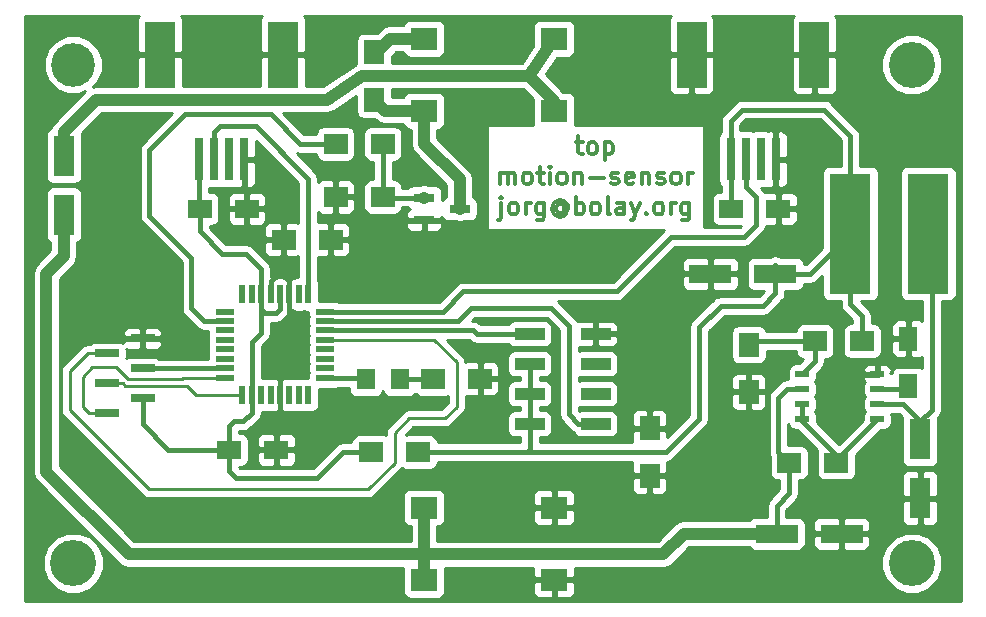
<source format=gbr>
G04 #@! TF.FileFunction,Copper,L1,Top,Signal*
%FSLAX46Y46*%
G04 Gerber Fmt 4.6, Leading zero omitted, Abs format (unit mm)*
G04 Created by KiCad (PCBNEW no-vcs-found-product) date Fri Nov  4 22:39:12 2016*
%MOMM*%
%LPD*%
G01*
G04 APERTURE LIST*
%ADD10C,0.100000*%
%ADD11C,0.300000*%
%ADD12R,1.800860X0.800100*%
%ADD13R,2.300000X1.900000*%
%ADD14C,3.900000*%
%ADD15R,3.599180X1.600200*%
%ADD16R,1.600000X2.000000*%
%ADD17R,2.000000X1.600000*%
%ADD18R,1.597660X1.800860*%
%ADD19R,0.550000X1.600000*%
%ADD20R,1.600000X0.550000*%
%ADD21R,0.800000X3.600000*%
%ADD22R,2.600000X5.600000*%
%ADD23R,3.500000X10.200000*%
%ADD24R,2.000000X0.700000*%
%ADD25R,2.540000X0.990600*%
%ADD26R,2.000000X1.700000*%
%ADD27R,1.700000X2.000000*%
%ADD28R,1.143000X0.508000*%
%ADD29C,3.700000*%
%ADD30R,1.800860X3.500120*%
%ADD31C,1.000000*%
%ADD32C,0.400000*%
%ADD33C,0.250000*%
%ADD34C,0.254000*%
G04 APERTURE END LIST*
D10*
D11*
X97357142Y-111378571D02*
X97928571Y-111378571D01*
X97571428Y-110878571D02*
X97571428Y-112164285D01*
X97642857Y-112307142D01*
X97785714Y-112378571D01*
X97928571Y-112378571D01*
X98642857Y-112378571D02*
X98500000Y-112307142D01*
X98428571Y-112235714D01*
X98357142Y-112092857D01*
X98357142Y-111664285D01*
X98428571Y-111521428D01*
X98500000Y-111450000D01*
X98642857Y-111378571D01*
X98857142Y-111378571D01*
X99000000Y-111450000D01*
X99071428Y-111521428D01*
X99142857Y-111664285D01*
X99142857Y-112092857D01*
X99071428Y-112235714D01*
X99000000Y-112307142D01*
X98857142Y-112378571D01*
X98642857Y-112378571D01*
X99785714Y-111378571D02*
X99785714Y-112878571D01*
X99785714Y-111450000D02*
X99928571Y-111378571D01*
X100214285Y-111378571D01*
X100357142Y-111450000D01*
X100428571Y-111521428D01*
X100500000Y-111664285D01*
X100500000Y-112092857D01*
X100428571Y-112235714D01*
X100357142Y-112307142D01*
X100214285Y-112378571D01*
X99928571Y-112378571D01*
X99785714Y-112307142D01*
X90928571Y-114928571D02*
X90928571Y-113928571D01*
X90928571Y-114071428D02*
X91000000Y-114000000D01*
X91142857Y-113928571D01*
X91357142Y-113928571D01*
X91500000Y-114000000D01*
X91571428Y-114142857D01*
X91571428Y-114928571D01*
X91571428Y-114142857D02*
X91642857Y-114000000D01*
X91785714Y-113928571D01*
X92000000Y-113928571D01*
X92142857Y-114000000D01*
X92214285Y-114142857D01*
X92214285Y-114928571D01*
X93142857Y-114928571D02*
X93000000Y-114857142D01*
X92928571Y-114785714D01*
X92857142Y-114642857D01*
X92857142Y-114214285D01*
X92928571Y-114071428D01*
X93000000Y-114000000D01*
X93142857Y-113928571D01*
X93357142Y-113928571D01*
X93500000Y-114000000D01*
X93571428Y-114071428D01*
X93642857Y-114214285D01*
X93642857Y-114642857D01*
X93571428Y-114785714D01*
X93500000Y-114857142D01*
X93357142Y-114928571D01*
X93142857Y-114928571D01*
X94071428Y-113928571D02*
X94642857Y-113928571D01*
X94285714Y-113428571D02*
X94285714Y-114714285D01*
X94357142Y-114857142D01*
X94500000Y-114928571D01*
X94642857Y-114928571D01*
X95142857Y-114928571D02*
X95142857Y-113928571D01*
X95142857Y-113428571D02*
X95071428Y-113500000D01*
X95142857Y-113571428D01*
X95214285Y-113500000D01*
X95142857Y-113428571D01*
X95142857Y-113571428D01*
X96071428Y-114928571D02*
X95928571Y-114857142D01*
X95857142Y-114785714D01*
X95785714Y-114642857D01*
X95785714Y-114214285D01*
X95857142Y-114071428D01*
X95928571Y-114000000D01*
X96071428Y-113928571D01*
X96285714Y-113928571D01*
X96428571Y-114000000D01*
X96500000Y-114071428D01*
X96571428Y-114214285D01*
X96571428Y-114642857D01*
X96500000Y-114785714D01*
X96428571Y-114857142D01*
X96285714Y-114928571D01*
X96071428Y-114928571D01*
X97214285Y-113928571D02*
X97214285Y-114928571D01*
X97214285Y-114071428D02*
X97285714Y-114000000D01*
X97428571Y-113928571D01*
X97642857Y-113928571D01*
X97785714Y-114000000D01*
X97857142Y-114142857D01*
X97857142Y-114928571D01*
X98571428Y-114357142D02*
X99714285Y-114357142D01*
X100357142Y-114857142D02*
X100500000Y-114928571D01*
X100785714Y-114928571D01*
X100928571Y-114857142D01*
X101000000Y-114714285D01*
X101000000Y-114642857D01*
X100928571Y-114500000D01*
X100785714Y-114428571D01*
X100571428Y-114428571D01*
X100428571Y-114357142D01*
X100357142Y-114214285D01*
X100357142Y-114142857D01*
X100428571Y-114000000D01*
X100571428Y-113928571D01*
X100785714Y-113928571D01*
X100928571Y-114000000D01*
X102214285Y-114857142D02*
X102071428Y-114928571D01*
X101785714Y-114928571D01*
X101642857Y-114857142D01*
X101571428Y-114714285D01*
X101571428Y-114142857D01*
X101642857Y-114000000D01*
X101785714Y-113928571D01*
X102071428Y-113928571D01*
X102214285Y-114000000D01*
X102285714Y-114142857D01*
X102285714Y-114285714D01*
X101571428Y-114428571D01*
X102928571Y-113928571D02*
X102928571Y-114928571D01*
X102928571Y-114071428D02*
X103000000Y-114000000D01*
X103142857Y-113928571D01*
X103357142Y-113928571D01*
X103500000Y-114000000D01*
X103571428Y-114142857D01*
X103571428Y-114928571D01*
X104214285Y-114857142D02*
X104357142Y-114928571D01*
X104642857Y-114928571D01*
X104785714Y-114857142D01*
X104857142Y-114714285D01*
X104857142Y-114642857D01*
X104785714Y-114500000D01*
X104642857Y-114428571D01*
X104428571Y-114428571D01*
X104285714Y-114357142D01*
X104214285Y-114214285D01*
X104214285Y-114142857D01*
X104285714Y-114000000D01*
X104428571Y-113928571D01*
X104642857Y-113928571D01*
X104785714Y-114000000D01*
X105714285Y-114928571D02*
X105571428Y-114857142D01*
X105500000Y-114785714D01*
X105428571Y-114642857D01*
X105428571Y-114214285D01*
X105500000Y-114071428D01*
X105571428Y-114000000D01*
X105714285Y-113928571D01*
X105928571Y-113928571D01*
X106071428Y-114000000D01*
X106142857Y-114071428D01*
X106214285Y-114214285D01*
X106214285Y-114642857D01*
X106142857Y-114785714D01*
X106071428Y-114857142D01*
X105928571Y-114928571D01*
X105714285Y-114928571D01*
X106857142Y-114928571D02*
X106857142Y-113928571D01*
X106857142Y-114214285D02*
X106928571Y-114071428D01*
X107000000Y-114000000D01*
X107142857Y-113928571D01*
X107285714Y-113928571D01*
X91035714Y-116478571D02*
X91035714Y-117764285D01*
X90964285Y-117907142D01*
X90821428Y-117978571D01*
X90750000Y-117978571D01*
X91035714Y-115978571D02*
X90964285Y-116050000D01*
X91035714Y-116121428D01*
X91107142Y-116050000D01*
X91035714Y-115978571D01*
X91035714Y-116121428D01*
X91964285Y-117478571D02*
X91821428Y-117407142D01*
X91750000Y-117335714D01*
X91678571Y-117192857D01*
X91678571Y-116764285D01*
X91750000Y-116621428D01*
X91821428Y-116550000D01*
X91964285Y-116478571D01*
X92178571Y-116478571D01*
X92321428Y-116550000D01*
X92392857Y-116621428D01*
X92464285Y-116764285D01*
X92464285Y-117192857D01*
X92392857Y-117335714D01*
X92321428Y-117407142D01*
X92178571Y-117478571D01*
X91964285Y-117478571D01*
X93107142Y-117478571D02*
X93107142Y-116478571D01*
X93107142Y-116764285D02*
X93178571Y-116621428D01*
X93250000Y-116550000D01*
X93392857Y-116478571D01*
X93535714Y-116478571D01*
X94678571Y-116478571D02*
X94678571Y-117692857D01*
X94607142Y-117835714D01*
X94535714Y-117907142D01*
X94392857Y-117978571D01*
X94178571Y-117978571D01*
X94035714Y-117907142D01*
X94678571Y-117407142D02*
X94535714Y-117478571D01*
X94250000Y-117478571D01*
X94107142Y-117407142D01*
X94035714Y-117335714D01*
X93964285Y-117192857D01*
X93964285Y-116764285D01*
X94035714Y-116621428D01*
X94107142Y-116550000D01*
X94250000Y-116478571D01*
X94535714Y-116478571D01*
X94678571Y-116550000D01*
X96321428Y-116764285D02*
X96250000Y-116692857D01*
X96107142Y-116621428D01*
X95964285Y-116621428D01*
X95821428Y-116692857D01*
X95750000Y-116764285D01*
X95678571Y-116907142D01*
X95678571Y-117050000D01*
X95750000Y-117192857D01*
X95821428Y-117264285D01*
X95964285Y-117335714D01*
X96107142Y-117335714D01*
X96250000Y-117264285D01*
X96321428Y-117192857D01*
X96321428Y-116621428D02*
X96321428Y-117192857D01*
X96392857Y-117264285D01*
X96464285Y-117264285D01*
X96607142Y-117192857D01*
X96678571Y-117050000D01*
X96678571Y-116692857D01*
X96535714Y-116478571D01*
X96321428Y-116335714D01*
X96035714Y-116264285D01*
X95750000Y-116335714D01*
X95535714Y-116478571D01*
X95392857Y-116692857D01*
X95321428Y-116978571D01*
X95392857Y-117264285D01*
X95535714Y-117478571D01*
X95750000Y-117621428D01*
X96035714Y-117692857D01*
X96321428Y-117621428D01*
X96535714Y-117478571D01*
X97321428Y-117478571D02*
X97321428Y-115978571D01*
X97321428Y-116550000D02*
X97464285Y-116478571D01*
X97750000Y-116478571D01*
X97892857Y-116550000D01*
X97964285Y-116621428D01*
X98035714Y-116764285D01*
X98035714Y-117192857D01*
X97964285Y-117335714D01*
X97892857Y-117407142D01*
X97750000Y-117478571D01*
X97464285Y-117478571D01*
X97321428Y-117407142D01*
X98892857Y-117478571D02*
X98750000Y-117407142D01*
X98678571Y-117335714D01*
X98607142Y-117192857D01*
X98607142Y-116764285D01*
X98678571Y-116621428D01*
X98750000Y-116550000D01*
X98892857Y-116478571D01*
X99107142Y-116478571D01*
X99250000Y-116550000D01*
X99321428Y-116621428D01*
X99392857Y-116764285D01*
X99392857Y-117192857D01*
X99321428Y-117335714D01*
X99250000Y-117407142D01*
X99107142Y-117478571D01*
X98892857Y-117478571D01*
X100250000Y-117478571D02*
X100107142Y-117407142D01*
X100035714Y-117264285D01*
X100035714Y-115978571D01*
X101464285Y-117478571D02*
X101464285Y-116692857D01*
X101392857Y-116550000D01*
X101250000Y-116478571D01*
X100964285Y-116478571D01*
X100821428Y-116550000D01*
X101464285Y-117407142D02*
X101321428Y-117478571D01*
X100964285Y-117478571D01*
X100821428Y-117407142D01*
X100750000Y-117264285D01*
X100750000Y-117121428D01*
X100821428Y-116978571D01*
X100964285Y-116907142D01*
X101321428Y-116907142D01*
X101464285Y-116835714D01*
X102035714Y-116478571D02*
X102392857Y-117478571D01*
X102750000Y-116478571D02*
X102392857Y-117478571D01*
X102250000Y-117835714D01*
X102178571Y-117907142D01*
X102035714Y-117978571D01*
X103321428Y-117335714D02*
X103392857Y-117407142D01*
X103321428Y-117478571D01*
X103250000Y-117407142D01*
X103321428Y-117335714D01*
X103321428Y-117478571D01*
X104250000Y-117478571D02*
X104107142Y-117407142D01*
X104035714Y-117335714D01*
X103964285Y-117192857D01*
X103964285Y-116764285D01*
X104035714Y-116621428D01*
X104107142Y-116550000D01*
X104250000Y-116478571D01*
X104464285Y-116478571D01*
X104607142Y-116550000D01*
X104678571Y-116621428D01*
X104750000Y-116764285D01*
X104750000Y-117192857D01*
X104678571Y-117335714D01*
X104607142Y-117407142D01*
X104464285Y-117478571D01*
X104250000Y-117478571D01*
X105392857Y-117478571D02*
X105392857Y-116478571D01*
X105392857Y-116764285D02*
X105464285Y-116621428D01*
X105535714Y-116550000D01*
X105678571Y-116478571D01*
X105821428Y-116478571D01*
X106964285Y-116478571D02*
X106964285Y-117692857D01*
X106892857Y-117835714D01*
X106821428Y-117907142D01*
X106678571Y-117978571D01*
X106464285Y-117978571D01*
X106321428Y-117907142D01*
X106964285Y-117407142D02*
X106821428Y-117478571D01*
X106535714Y-117478571D01*
X106392857Y-117407142D01*
X106321428Y-117335714D01*
X106250000Y-117192857D01*
X106250000Y-116764285D01*
X106321428Y-116621428D01*
X106392857Y-116550000D01*
X106535714Y-116478571D01*
X106821428Y-116478571D01*
X106964285Y-116550000D01*
D12*
X84498860Y-116050000D03*
X84498860Y-117950000D03*
X87501140Y-117000000D03*
D13*
X95500000Y-102600000D03*
X84500000Y-108700000D03*
X84500000Y-102600000D03*
X95500000Y-108700000D03*
X84500000Y-148400000D03*
X95500000Y-142300000D03*
X95500000Y-148400000D03*
X84500000Y-142300000D03*
D14*
X125800000Y-104800000D03*
X125800000Y-147000000D03*
D15*
X114349180Y-144500000D03*
X119850820Y-144500000D03*
D16*
X125500000Y-132000000D03*
X125500000Y-128000000D03*
D17*
X68000000Y-137400000D03*
X72000000Y-137400000D03*
X110500000Y-117000000D03*
X114500000Y-117000000D03*
X65500000Y-117000000D03*
X69500000Y-117000000D03*
D15*
X114250820Y-122500000D03*
X108749180Y-122500000D03*
D18*
X79580140Y-131400000D03*
X82419860Y-131400000D03*
D19*
X74700000Y-124250000D03*
X73900000Y-124250000D03*
X73100000Y-124250000D03*
X72300000Y-124250000D03*
X71500000Y-124250000D03*
X70700000Y-124250000D03*
X69900000Y-124250000D03*
X69100000Y-124250000D03*
D20*
X67650000Y-125700000D03*
X67650000Y-126500000D03*
X67650000Y-127300000D03*
X67650000Y-128100000D03*
X67650000Y-128900000D03*
X67650000Y-129700000D03*
X67650000Y-130500000D03*
X67650000Y-131300000D03*
D19*
X69100000Y-132750000D03*
X69900000Y-132750000D03*
X70700000Y-132750000D03*
X71500000Y-132750000D03*
X72300000Y-132750000D03*
X73100000Y-132750000D03*
X73900000Y-132750000D03*
X74700000Y-132750000D03*
D20*
X76150000Y-131300000D03*
X76150000Y-130500000D03*
X76150000Y-129700000D03*
X76150000Y-128900000D03*
X76150000Y-128100000D03*
X76150000Y-127300000D03*
X76150000Y-126500000D03*
X76150000Y-125700000D03*
D21*
X69255000Y-112805000D03*
X67985000Y-112805000D03*
X66715000Y-112805000D03*
D22*
X72550000Y-103950000D03*
X62150000Y-103950000D03*
D21*
X65445000Y-112805000D03*
X114255000Y-112805000D03*
X112985000Y-112805000D03*
X111715000Y-112805000D03*
D22*
X117550000Y-103950000D03*
X107150000Y-103950000D03*
D21*
X110445000Y-112805000D03*
D23*
X120600000Y-119100000D03*
X127200000Y-119100000D03*
D24*
X60660000Y-127970000D03*
X57660000Y-129240000D03*
X60660000Y-130510000D03*
X57660000Y-131780000D03*
X60660000Y-133050000D03*
X57660000Y-134320000D03*
D25*
X93452000Y-127590000D03*
X93452000Y-130130000D03*
X93452000Y-132670000D03*
X99040000Y-127590000D03*
X99040000Y-130130000D03*
X99040000Y-132670000D03*
X99040000Y-135210000D03*
X93452000Y-135210000D03*
D26*
X119400000Y-138500000D03*
X115400000Y-138500000D03*
X121600000Y-128200000D03*
X117600000Y-128200000D03*
D27*
X112000000Y-132500000D03*
X112000000Y-128500000D03*
D26*
X85250000Y-131400000D03*
X89250000Y-131400000D03*
X81000000Y-111500000D03*
X77000000Y-111500000D03*
X81000000Y-116000000D03*
X77000000Y-116000000D03*
D28*
X116525000Y-134805000D03*
X116525000Y-133535000D03*
X116525000Y-132265000D03*
X116525000Y-130995000D03*
X122875000Y-130995000D03*
X122875000Y-132265000D03*
X122875000Y-133535000D03*
X122875000Y-134805000D03*
D29*
X54800000Y-104800000D03*
D14*
X54800000Y-147000000D03*
D30*
X126500000Y-136500640D03*
X126500000Y-141499360D03*
X54000000Y-112500640D03*
X54000000Y-117499360D03*
D26*
X80000000Y-137600000D03*
X84000000Y-137600000D03*
X72600000Y-119600000D03*
X76600000Y-119600000D03*
D27*
X103600000Y-139600000D03*
X103600000Y-135600000D03*
X80250000Y-103750000D03*
X80250000Y-107750000D03*
D31*
X84500000Y-142300000D02*
X84500000Y-146250000D01*
X84500000Y-148400000D02*
X84500000Y-146250000D01*
X84500000Y-146250000D02*
X84500000Y-146500000D01*
X84500000Y-146500000D02*
X84500000Y-146250000D01*
X114349180Y-144500000D02*
X106500000Y-144500000D01*
X54000000Y-121000000D02*
X54000000Y-117499360D01*
X52500000Y-122500000D02*
X54000000Y-121000000D01*
X52500000Y-139250000D02*
X52500000Y-122500000D01*
X59500000Y-146250000D02*
X52500000Y-139250000D01*
X104750000Y-146250000D02*
X84500000Y-146250000D01*
X84500000Y-146250000D02*
X59500000Y-146250000D01*
X106500000Y-144500000D02*
X104750000Y-146250000D01*
D32*
X116525000Y-132265000D02*
X115235000Y-132265000D01*
X114500000Y-137600000D02*
X115400000Y-138500000D01*
X114500000Y-133000000D02*
X114500000Y-137600000D01*
X115235000Y-132265000D02*
X114500000Y-133000000D01*
X115400000Y-138500000D02*
X115400000Y-141100000D01*
X115400000Y-141100000D02*
X114349180Y-142150820D01*
X114349180Y-142150820D02*
X114349180Y-144500000D01*
X73100000Y-124250000D02*
X73100000Y-128300000D01*
X72300000Y-129100000D02*
X72300000Y-132750000D01*
X73100000Y-128300000D02*
X72300000Y-129100000D01*
X73100000Y-124250000D02*
X73100000Y-123100000D01*
X71500000Y-123100000D02*
X71500000Y-124250000D01*
X72000000Y-122600000D02*
X71500000Y-123100000D01*
X72600000Y-122600000D02*
X72000000Y-122600000D01*
X73100000Y-123100000D02*
X72600000Y-122600000D01*
X72300000Y-132750000D02*
X72300000Y-135100000D01*
X72300000Y-135100000D02*
X72000000Y-135400000D01*
X72000000Y-135400000D02*
X72000000Y-137400000D01*
X69500000Y-117000000D02*
X71000000Y-117000000D01*
X71000000Y-117000000D02*
X71500000Y-117500000D01*
X69255000Y-116755000D02*
X69500000Y-117000000D01*
X114255000Y-116755000D02*
X114500000Y-117000000D01*
X122875000Y-132265000D02*
X125235000Y-132265000D01*
X125235000Y-132265000D02*
X125500000Y-132000000D01*
X120600000Y-119100000D02*
X120600000Y-110800000D01*
X110445000Y-109555000D02*
X110445000Y-112805000D01*
X111400000Y-108600000D02*
X110445000Y-109555000D01*
X118400000Y-108600000D02*
X111400000Y-108600000D01*
X120600000Y-110800000D02*
X118400000Y-108600000D01*
X70700000Y-124250000D02*
X70700000Y-127500000D01*
X69900000Y-128300000D02*
X69900000Y-132750000D01*
X70700000Y-127500000D02*
X69900000Y-128300000D01*
X80000000Y-137600000D02*
X77600000Y-137600000D01*
X68000000Y-139200000D02*
X68000000Y-137400000D01*
X68600000Y-139800000D02*
X68000000Y-139200000D01*
X75400000Y-139800000D02*
X68600000Y-139800000D01*
X77600000Y-137600000D02*
X75400000Y-139800000D01*
X84000000Y-137600000D02*
X93452000Y-137600000D01*
X93452000Y-137600000D02*
X93400000Y-137548000D01*
X93400000Y-137548000D02*
X93400000Y-137400000D01*
X93452000Y-135210000D02*
X93452000Y-137600000D01*
X93400000Y-137400000D02*
X93400000Y-137600000D01*
X93400000Y-137548000D02*
X93400000Y-137400000D01*
X93452000Y-137600000D02*
X93400000Y-137548000D01*
X114250820Y-122500000D02*
X114250820Y-124149180D01*
X105000000Y-137600000D02*
X93400000Y-137600000D01*
X107800000Y-134800000D02*
X105000000Y-137600000D01*
X107800000Y-127000000D02*
X107800000Y-134800000D01*
X109600000Y-125200000D02*
X107800000Y-127000000D01*
X113200000Y-125200000D02*
X109600000Y-125200000D01*
X114250820Y-124149180D02*
X113200000Y-125200000D01*
X70700000Y-124250000D02*
X70700000Y-125500000D01*
X72300000Y-125500000D02*
X72300000Y-124250000D01*
X72000000Y-125800000D02*
X72300000Y-125500000D01*
X71000000Y-125800000D02*
X72000000Y-125800000D01*
X70700000Y-125500000D02*
X71000000Y-125800000D01*
X70700000Y-124250000D02*
X70700000Y-122100000D01*
X65500000Y-118900000D02*
X65500000Y-117000000D01*
X67400000Y-120800000D02*
X65500000Y-118900000D01*
X69400000Y-120800000D02*
X67400000Y-120800000D01*
X70700000Y-122100000D02*
X69400000Y-120800000D01*
X68000000Y-137400000D02*
X62800000Y-137400000D01*
X62800000Y-137400000D02*
X60660000Y-135260000D01*
X60660000Y-135260000D02*
X60660000Y-133050000D01*
X68000000Y-137400000D02*
X68000000Y-135400000D01*
X68000000Y-135400000D02*
X68400000Y-135000000D01*
X68400000Y-135000000D02*
X69200000Y-135000000D01*
X69200000Y-135000000D02*
X69900000Y-134300000D01*
X69900000Y-134300000D02*
X69900000Y-132750000D01*
X114250820Y-122500000D02*
X117200000Y-122500000D01*
X117200000Y-122500000D02*
X120600000Y-119100000D01*
X93452000Y-130130000D02*
X93230000Y-130130000D01*
X93452000Y-130130000D02*
X92730000Y-130130000D01*
X114250820Y-122500000D02*
X114250820Y-123249180D01*
X93452000Y-135210000D02*
X93452000Y-132670000D01*
X93452000Y-132670000D02*
X93452000Y-130130000D01*
X114250820Y-122500000D02*
X114250820Y-121750820D01*
X110445000Y-112805000D02*
X110445000Y-116945000D01*
X110445000Y-116945000D02*
X110500000Y-117000000D01*
X65445000Y-112805000D02*
X65445000Y-116945000D01*
X65445000Y-116945000D02*
X65500000Y-117000000D01*
X113555000Y-122445000D02*
X113500000Y-122500000D01*
X120949180Y-118750820D02*
X120600000Y-119100000D01*
X120600000Y-119100000D02*
X120600000Y-125100000D01*
X120600000Y-125100000D02*
X121600000Y-126100000D01*
X121600000Y-126100000D02*
X121600000Y-128200000D01*
D31*
X80250000Y-103750000D02*
X80500000Y-103750000D01*
X80500000Y-103750000D02*
X81650000Y-102600000D01*
X81650000Y-102600000D02*
X84500000Y-102600000D01*
X87501140Y-117000000D02*
X87501140Y-114501140D01*
X87501140Y-114501140D02*
X84500000Y-111500000D01*
X95500000Y-108700000D02*
X95500000Y-107900000D01*
X95500000Y-107900000D02*
X93350000Y-105750000D01*
X54000000Y-112500640D02*
X54000000Y-110500000D01*
X93350000Y-105750000D02*
X95500000Y-102600000D01*
X79250000Y-105750000D02*
X93350000Y-105750000D01*
X76250000Y-107750000D02*
X79250000Y-105750000D01*
X56750000Y-107750000D02*
X76250000Y-107750000D01*
X54000000Y-110500000D02*
X56750000Y-107750000D01*
D32*
X122875000Y-133535000D02*
X125035000Y-133535000D01*
X125035000Y-133535000D02*
X126500000Y-135000000D01*
X126500000Y-135000000D02*
X126500000Y-136500640D01*
X127200000Y-119100000D02*
X127200000Y-123700000D01*
X127200000Y-123700000D02*
X127500000Y-124000000D01*
X127500000Y-124000000D02*
X127500000Y-134000000D01*
X127500000Y-134000000D02*
X126500000Y-135000000D01*
X126500000Y-135000000D02*
X126500000Y-136500640D01*
X126900000Y-119400000D02*
X127200000Y-119100000D01*
X76150000Y-131300000D02*
X79480140Y-131300000D01*
X79480140Y-131300000D02*
X79580140Y-131400000D01*
X82419860Y-131400000D02*
X85250000Y-131400000D01*
X85530140Y-131119860D02*
X85250000Y-131400000D01*
X67650000Y-126500000D02*
X65900000Y-126500000D01*
X74000000Y-111500000D02*
X71500000Y-109000000D01*
X71500000Y-109000000D02*
X64250000Y-109000000D01*
X64250000Y-109000000D02*
X61250000Y-112000000D01*
X74000000Y-111500000D02*
X77000000Y-111500000D01*
X61250000Y-117650000D02*
X61250000Y-112000000D01*
X64800000Y-121200000D02*
X61250000Y-117650000D01*
X64800000Y-125400000D02*
X64800000Y-121200000D01*
X65900000Y-126500000D02*
X64800000Y-125400000D01*
X60660000Y-130510000D02*
X67640000Y-130510000D01*
X67640000Y-130510000D02*
X67650000Y-130500000D01*
D33*
X57660000Y-134320000D02*
X56120000Y-134320000D01*
X64100000Y-131300000D02*
X67650000Y-131300000D01*
X64000000Y-131400000D02*
X64100000Y-131300000D01*
X59400000Y-131400000D02*
X64000000Y-131400000D01*
X58400000Y-130400000D02*
X59400000Y-131400000D01*
X56400000Y-130400000D02*
X58400000Y-130400000D01*
X55600000Y-131200000D02*
X56400000Y-130400000D01*
X55600000Y-133800000D02*
X55600000Y-131200000D01*
X56120000Y-134320000D02*
X55600000Y-133800000D01*
X57660000Y-131780000D02*
X58980000Y-131780000D01*
X58980000Y-131780000D02*
X59200000Y-132000000D01*
X59200000Y-132000000D02*
X64400000Y-132000000D01*
X64400000Y-132000000D02*
X65150000Y-132750000D01*
X65150000Y-132750000D02*
X69100000Y-132750000D01*
D32*
X66715000Y-112805000D02*
X66715000Y-110535000D01*
X74700000Y-114450000D02*
X74700000Y-124250000D01*
X70250000Y-110000000D02*
X74700000Y-114450000D01*
X67250000Y-110000000D02*
X70250000Y-110000000D01*
X66715000Y-110535000D02*
X67250000Y-110000000D01*
X111715000Y-112805000D02*
X111715000Y-115115000D01*
X86100000Y-125700000D02*
X76150000Y-125700000D01*
X87800000Y-124000000D02*
X86100000Y-125700000D01*
X100800000Y-124000000D02*
X87800000Y-124000000D01*
X105400000Y-119400000D02*
X100800000Y-124000000D01*
X111600000Y-119400000D02*
X105400000Y-119400000D01*
X112600000Y-118400000D02*
X111600000Y-119400000D01*
X112600000Y-116000000D02*
X112600000Y-118400000D01*
X111715000Y-115115000D02*
X112600000Y-116000000D01*
D33*
X76150000Y-128100000D02*
X85350000Y-128100000D01*
X56010000Y-129240000D02*
X57660000Y-129240000D01*
X54500000Y-130750000D02*
X56010000Y-129240000D01*
X54500000Y-134000000D02*
X54500000Y-130750000D01*
X61250000Y-140750000D02*
X54500000Y-134000000D01*
X79750000Y-140750000D02*
X61250000Y-140750000D01*
X82000000Y-138500000D02*
X79750000Y-140750000D01*
X82000000Y-136000000D02*
X82000000Y-138500000D01*
X83250000Y-134750000D02*
X82000000Y-136000000D01*
X86250000Y-134750000D02*
X83250000Y-134750000D01*
X87250000Y-133750000D02*
X86250000Y-134750000D01*
X87250000Y-130000000D02*
X87250000Y-133750000D01*
X85350000Y-128100000D02*
X87250000Y-130000000D01*
D32*
X76150000Y-127300000D02*
X88650000Y-127300000D01*
X88940000Y-127590000D02*
X93452000Y-127590000D01*
X88650000Y-127300000D02*
X88940000Y-127590000D01*
X93452000Y-127590000D02*
X94190000Y-127590000D01*
X76150000Y-126500000D02*
X87350000Y-126500000D01*
X97560000Y-135210000D02*
X99040000Y-135210000D01*
X96750000Y-134400000D02*
X97560000Y-135210000D01*
X96750000Y-126900000D02*
X96750000Y-134400000D01*
X95250000Y-125400000D02*
X96750000Y-126900000D01*
X88450000Y-125400000D02*
X95250000Y-125400000D01*
X87350000Y-126500000D02*
X88450000Y-125400000D01*
X97810000Y-135210000D02*
X99040000Y-135210000D01*
X84498860Y-116050000D02*
X81050000Y-116050000D01*
X81050000Y-116050000D02*
X81000000Y-116000000D01*
D31*
X84500000Y-116048860D02*
X84498860Y-116050000D01*
X84500000Y-116048860D02*
X84498860Y-116050000D01*
X84500000Y-116048860D02*
X84498860Y-116050000D01*
D32*
X81000000Y-116000000D02*
X81000000Y-111500000D01*
X81450000Y-116450000D02*
X81000000Y-116000000D01*
X116525000Y-133535000D02*
X116525000Y-134975000D01*
X116525000Y-134975000D02*
X119400000Y-137850000D01*
X119400000Y-137850000D02*
X119830000Y-137850000D01*
X119830000Y-137850000D02*
X122875000Y-134805000D01*
X117600000Y-128200000D02*
X112300000Y-128200000D01*
X112300000Y-128200000D02*
X112000000Y-128500000D01*
X112300000Y-128200000D02*
X112000000Y-128500000D01*
X116525000Y-130995000D02*
X116525000Y-130975000D01*
X116525000Y-130975000D02*
X117600000Y-129900000D01*
X117600000Y-129900000D02*
X117600000Y-128200000D01*
D31*
X84500000Y-108700000D02*
X81200000Y-108700000D01*
X81200000Y-108700000D02*
X80250000Y-107750000D01*
X84500000Y-111500000D02*
X84500000Y-108700000D01*
D34*
G36*
X60311673Y-100790302D02*
X60215000Y-101023691D01*
X60215000Y-103664250D01*
X60373750Y-103823000D01*
X62023000Y-103823000D01*
X62023000Y-103803000D01*
X62277000Y-103803000D01*
X62277000Y-103823000D01*
X63926250Y-103823000D01*
X64085000Y-103664250D01*
X64085000Y-101023691D01*
X63988327Y-100790302D01*
X63908025Y-100710000D01*
X70791975Y-100710000D01*
X70711673Y-100790302D01*
X70615000Y-101023691D01*
X70615000Y-103664250D01*
X70773750Y-103823000D01*
X72423000Y-103823000D01*
X72423000Y-103803000D01*
X72677000Y-103803000D01*
X72677000Y-103823000D01*
X74326250Y-103823000D01*
X74485000Y-103664250D01*
X74485000Y-101023691D01*
X74388327Y-100790302D01*
X74308025Y-100710000D01*
X105391975Y-100710000D01*
X105311673Y-100790302D01*
X105215000Y-101023691D01*
X105215000Y-103664250D01*
X105373750Y-103823000D01*
X107023000Y-103823000D01*
X107023000Y-103803000D01*
X107277000Y-103803000D01*
X107277000Y-103823000D01*
X108926250Y-103823000D01*
X109085000Y-103664250D01*
X109085000Y-101023691D01*
X108988327Y-100790302D01*
X108908025Y-100710000D01*
X115791975Y-100710000D01*
X115711673Y-100790302D01*
X115615000Y-101023691D01*
X115615000Y-103664250D01*
X115773750Y-103823000D01*
X117423000Y-103823000D01*
X117423000Y-103803000D01*
X117677000Y-103803000D01*
X117677000Y-103823000D01*
X119326250Y-103823000D01*
X119485000Y-103664250D01*
X119485000Y-101023691D01*
X119388327Y-100790302D01*
X119308025Y-100710000D01*
X129990000Y-100710000D01*
X129990000Y-150190000D01*
X50710000Y-150190000D01*
X50710000Y-147511932D01*
X52214552Y-147511932D01*
X52607266Y-148462372D01*
X53333803Y-149190178D01*
X54283556Y-149584550D01*
X55311932Y-149585448D01*
X56262372Y-149192734D01*
X56990178Y-148466197D01*
X57384550Y-147516444D01*
X57385448Y-146488068D01*
X56992734Y-145537628D01*
X56266197Y-144809822D01*
X55316444Y-144415450D01*
X54288068Y-144414552D01*
X53337628Y-144807266D01*
X52609822Y-145533803D01*
X52215450Y-146483556D01*
X52214552Y-147511932D01*
X50710000Y-147511932D01*
X50710000Y-122500000D01*
X51365000Y-122500000D01*
X51365000Y-139250000D01*
X51451397Y-139684346D01*
X51585971Y-139885750D01*
X51697434Y-140052566D01*
X58697434Y-147052566D01*
X59065654Y-147298603D01*
X59500000Y-147385000D01*
X82715489Y-147385000D01*
X82702560Y-147450000D01*
X82702560Y-149350000D01*
X82751843Y-149597765D01*
X82892191Y-149807809D01*
X83102235Y-149948157D01*
X83350000Y-149997440D01*
X85650000Y-149997440D01*
X85897765Y-149948157D01*
X86107809Y-149807809D01*
X86248157Y-149597765D01*
X86297440Y-149350000D01*
X86297440Y-148685750D01*
X93715000Y-148685750D01*
X93715000Y-149476309D01*
X93811673Y-149709698D01*
X93990301Y-149888327D01*
X94223690Y-149985000D01*
X95214250Y-149985000D01*
X95373000Y-149826250D01*
X95373000Y-148527000D01*
X95627000Y-148527000D01*
X95627000Y-149826250D01*
X95785750Y-149985000D01*
X96776310Y-149985000D01*
X97009699Y-149888327D01*
X97188327Y-149709698D01*
X97285000Y-149476309D01*
X97285000Y-148685750D01*
X97126250Y-148527000D01*
X95627000Y-148527000D01*
X95373000Y-148527000D01*
X93873750Y-148527000D01*
X93715000Y-148685750D01*
X86297440Y-148685750D01*
X86297440Y-147450000D01*
X86284511Y-147385000D01*
X93715000Y-147385000D01*
X93715000Y-148114250D01*
X93873750Y-148273000D01*
X95373000Y-148273000D01*
X95373000Y-148253000D01*
X95627000Y-148253000D01*
X95627000Y-148273000D01*
X97126250Y-148273000D01*
X97285000Y-148114250D01*
X97285000Y-147511932D01*
X123214552Y-147511932D01*
X123607266Y-148462372D01*
X124333803Y-149190178D01*
X125283556Y-149584550D01*
X126311932Y-149585448D01*
X127262372Y-149192734D01*
X127990178Y-148466197D01*
X128384550Y-147516444D01*
X128385448Y-146488068D01*
X127992734Y-145537628D01*
X127266197Y-144809822D01*
X126316444Y-144415450D01*
X125288068Y-144414552D01*
X124337628Y-144807266D01*
X123609822Y-145533803D01*
X123215450Y-146483556D01*
X123214552Y-147511932D01*
X97285000Y-147511932D01*
X97285000Y-147385000D01*
X104750000Y-147385000D01*
X105184346Y-147298603D01*
X105552566Y-147052566D01*
X106970132Y-145635000D01*
X112009655Y-145635000D01*
X112091781Y-145757909D01*
X112301825Y-145898257D01*
X112549590Y-145947540D01*
X116148770Y-145947540D01*
X116396535Y-145898257D01*
X116606579Y-145757909D01*
X116746927Y-145547865D01*
X116796210Y-145300100D01*
X116796210Y-144785750D01*
X117416230Y-144785750D01*
X117416230Y-145426410D01*
X117512903Y-145659799D01*
X117691532Y-145838427D01*
X117924921Y-145935100D01*
X119565070Y-145935100D01*
X119723820Y-145776350D01*
X119723820Y-144627000D01*
X119977820Y-144627000D01*
X119977820Y-145776350D01*
X120136570Y-145935100D01*
X121776719Y-145935100D01*
X122010108Y-145838427D01*
X122188737Y-145659799D01*
X122285410Y-145426410D01*
X122285410Y-144785750D01*
X122126660Y-144627000D01*
X119977820Y-144627000D01*
X119723820Y-144627000D01*
X117574980Y-144627000D01*
X117416230Y-144785750D01*
X116796210Y-144785750D01*
X116796210Y-143699900D01*
X116771086Y-143573590D01*
X117416230Y-143573590D01*
X117416230Y-144214250D01*
X117574980Y-144373000D01*
X119723820Y-144373000D01*
X119723820Y-143223650D01*
X119977820Y-143223650D01*
X119977820Y-144373000D01*
X122126660Y-144373000D01*
X122285410Y-144214250D01*
X122285410Y-143573590D01*
X122188737Y-143340201D01*
X122010108Y-143161573D01*
X121776719Y-143064900D01*
X120136570Y-143064900D01*
X119977820Y-143223650D01*
X119723820Y-143223650D01*
X119565070Y-143064900D01*
X117924921Y-143064900D01*
X117691532Y-143161573D01*
X117512903Y-143340201D01*
X117416230Y-143573590D01*
X116771086Y-143573590D01*
X116746927Y-143452135D01*
X116606579Y-143242091D01*
X116396535Y-143101743D01*
X116148770Y-143052460D01*
X115184180Y-143052460D01*
X115184180Y-142496688D01*
X115895758Y-141785110D01*
X124964570Y-141785110D01*
X124964570Y-143375729D01*
X125061243Y-143609118D01*
X125239871Y-143787747D01*
X125473260Y-143884420D01*
X126214250Y-143884420D01*
X126373000Y-143725670D01*
X126373000Y-141626360D01*
X126627000Y-141626360D01*
X126627000Y-143725670D01*
X126785750Y-143884420D01*
X127526740Y-143884420D01*
X127760129Y-143787747D01*
X127938757Y-143609118D01*
X128035430Y-143375729D01*
X128035430Y-141785110D01*
X127876680Y-141626360D01*
X126627000Y-141626360D01*
X126373000Y-141626360D01*
X125123320Y-141626360D01*
X124964570Y-141785110D01*
X115895758Y-141785110D01*
X115990434Y-141690434D01*
X116110996Y-141510000D01*
X116171439Y-141419541D01*
X116235000Y-141100000D01*
X116235000Y-139997440D01*
X116400000Y-139997440D01*
X116647765Y-139948157D01*
X116857809Y-139807809D01*
X116998157Y-139597765D01*
X117047440Y-139350000D01*
X117047440Y-137650000D01*
X116998157Y-137402235D01*
X116857809Y-137192191D01*
X116647765Y-137051843D01*
X116400000Y-137002560D01*
X115335000Y-137002560D01*
X115335000Y-135204493D01*
X115355343Y-135306765D01*
X115495691Y-135516809D01*
X115705735Y-135657157D01*
X115953500Y-135706440D01*
X116075572Y-135706440D01*
X117796787Y-137427655D01*
X117752560Y-137650000D01*
X117752560Y-139350000D01*
X117801843Y-139597765D01*
X117942191Y-139807809D01*
X118152235Y-139948157D01*
X118400000Y-139997440D01*
X120400000Y-139997440D01*
X120647765Y-139948157D01*
X120857809Y-139807809D01*
X120981301Y-139622991D01*
X124964570Y-139622991D01*
X124964570Y-141213610D01*
X125123320Y-141372360D01*
X126373000Y-141372360D01*
X126373000Y-139273050D01*
X126627000Y-139273050D01*
X126627000Y-141372360D01*
X127876680Y-141372360D01*
X128035430Y-141213610D01*
X128035430Y-139622991D01*
X127938757Y-139389602D01*
X127760129Y-139210973D01*
X127526740Y-139114300D01*
X126785750Y-139114300D01*
X126627000Y-139273050D01*
X126373000Y-139273050D01*
X126214250Y-139114300D01*
X125473260Y-139114300D01*
X125239871Y-139210973D01*
X125061243Y-139389602D01*
X124964570Y-139622991D01*
X120981301Y-139622991D01*
X120998157Y-139597765D01*
X121047440Y-139350000D01*
X121047440Y-137813428D01*
X123154428Y-135706440D01*
X123446500Y-135706440D01*
X123694265Y-135657157D01*
X123904309Y-135516809D01*
X124044657Y-135306765D01*
X124093940Y-135059000D01*
X124093940Y-134551000D01*
X124057937Y-134370000D01*
X124689132Y-134370000D01*
X124971638Y-134652506D01*
X124952130Y-134750580D01*
X124952130Y-138250700D01*
X125001413Y-138498465D01*
X125141761Y-138708509D01*
X125351805Y-138848857D01*
X125599570Y-138898140D01*
X127400430Y-138898140D01*
X127648195Y-138848857D01*
X127858239Y-138708509D01*
X127998587Y-138498465D01*
X128047870Y-138250700D01*
X128047870Y-134750580D01*
X128028362Y-134652506D01*
X128090434Y-134590434D01*
X128271440Y-134319540D01*
X128335000Y-134000000D01*
X128335000Y-124847440D01*
X128950000Y-124847440D01*
X129197765Y-124798157D01*
X129407809Y-124657809D01*
X129548157Y-124447765D01*
X129597440Y-124200000D01*
X129597440Y-114000000D01*
X129548157Y-113752235D01*
X129407809Y-113542191D01*
X129197765Y-113401843D01*
X128950000Y-113352560D01*
X125450000Y-113352560D01*
X125202235Y-113401843D01*
X124992191Y-113542191D01*
X124851843Y-113752235D01*
X124802560Y-114000000D01*
X124802560Y-124200000D01*
X124851843Y-124447765D01*
X124992191Y-124657809D01*
X125202235Y-124798157D01*
X125450000Y-124847440D01*
X126665000Y-124847440D01*
X126665000Y-126466974D01*
X126659699Y-126461673D01*
X126426310Y-126365000D01*
X125785750Y-126365000D01*
X125627000Y-126523750D01*
X125627000Y-127873000D01*
X125647000Y-127873000D01*
X125647000Y-128127000D01*
X125627000Y-128127000D01*
X125627000Y-129476250D01*
X125785750Y-129635000D01*
X126426310Y-129635000D01*
X126659699Y-129538327D01*
X126665000Y-129533026D01*
X126665000Y-130480178D01*
X126547765Y-130401843D01*
X126300000Y-130352560D01*
X124700000Y-130352560D01*
X124452235Y-130401843D01*
X124242191Y-130542191D01*
X124101843Y-130752235D01*
X124078817Y-130867998D01*
X123922752Y-130867998D01*
X124081500Y-130709250D01*
X124081500Y-130614691D01*
X123984827Y-130381302D01*
X123806199Y-130202673D01*
X123572810Y-130106000D01*
X123160750Y-130106000D01*
X123002000Y-130264750D01*
X123002000Y-130868000D01*
X123022000Y-130868000D01*
X123022000Y-131122000D01*
X123002000Y-131122000D01*
X123002000Y-131142000D01*
X122748000Y-131142000D01*
X122748000Y-131122000D01*
X121827250Y-131122000D01*
X121668500Y-131280750D01*
X121668500Y-131375309D01*
X121765173Y-131608698D01*
X121791207Y-131634732D01*
X121705343Y-131763235D01*
X121656060Y-132011000D01*
X121656060Y-132519000D01*
X121705343Y-132766765D01*
X121794368Y-132900000D01*
X121705343Y-133033235D01*
X121656060Y-133281000D01*
X121656060Y-133789000D01*
X121705343Y-134036765D01*
X121794368Y-134170000D01*
X121705343Y-134303235D01*
X121656060Y-134551000D01*
X121656060Y-134843072D01*
X119615000Y-136884132D01*
X117743940Y-135013072D01*
X117743940Y-134551000D01*
X117694657Y-134303235D01*
X117605632Y-134170000D01*
X117694657Y-134036765D01*
X117743940Y-133789000D01*
X117743940Y-133281000D01*
X117694657Y-133033235D01*
X117605632Y-132900000D01*
X117694657Y-132766765D01*
X117743940Y-132519000D01*
X117743940Y-132011000D01*
X117694657Y-131763235D01*
X117605632Y-131630000D01*
X117694657Y-131496765D01*
X117743940Y-131249000D01*
X117743940Y-130936928D01*
X118066177Y-130614691D01*
X121668500Y-130614691D01*
X121668500Y-130709250D01*
X121827250Y-130868000D01*
X122748000Y-130868000D01*
X122748000Y-130264750D01*
X122589250Y-130106000D01*
X122177190Y-130106000D01*
X121943801Y-130202673D01*
X121765173Y-130381302D01*
X121668500Y-130614691D01*
X118066177Y-130614691D01*
X118190434Y-130490434D01*
X118371440Y-130219540D01*
X118435000Y-129900000D01*
X118435000Y-129697440D01*
X118600000Y-129697440D01*
X118847765Y-129648157D01*
X119057809Y-129507809D01*
X119198157Y-129297765D01*
X119247440Y-129050000D01*
X119247440Y-127350000D01*
X119198157Y-127102235D01*
X119057809Y-126892191D01*
X118847765Y-126751843D01*
X118600000Y-126702560D01*
X116600000Y-126702560D01*
X116352235Y-126751843D01*
X116142191Y-126892191D01*
X116001843Y-127102235D01*
X115952560Y-127350000D01*
X115952560Y-127365000D01*
X113470587Y-127365000D01*
X113448157Y-127252235D01*
X113307809Y-127042191D01*
X113097765Y-126901843D01*
X112850000Y-126852560D01*
X111150000Y-126852560D01*
X110902235Y-126901843D01*
X110692191Y-127042191D01*
X110551843Y-127252235D01*
X110502560Y-127500000D01*
X110502560Y-129500000D01*
X110551843Y-129747765D01*
X110692191Y-129957809D01*
X110902235Y-130098157D01*
X111150000Y-130147440D01*
X112850000Y-130147440D01*
X113097765Y-130098157D01*
X113307809Y-129957809D01*
X113448157Y-129747765D01*
X113497440Y-129500000D01*
X113497440Y-129035000D01*
X115952560Y-129035000D01*
X115952560Y-129050000D01*
X116001843Y-129297765D01*
X116142191Y-129507809D01*
X116352235Y-129648157D01*
X116600000Y-129697440D01*
X116621692Y-129697440D01*
X116225572Y-130093560D01*
X115953500Y-130093560D01*
X115705735Y-130142843D01*
X115495691Y-130283191D01*
X115355343Y-130493235D01*
X115306060Y-130741000D01*
X115306060Y-131249000D01*
X115342063Y-131430000D01*
X115235000Y-131430000D01*
X114915459Y-131493561D01*
X114726918Y-131619540D01*
X114644566Y-131674566D01*
X113909566Y-132409566D01*
X113728561Y-132680459D01*
X113665000Y-133000000D01*
X113665000Y-137600000D01*
X113728561Y-137919541D01*
X113752560Y-137955458D01*
X113752560Y-139350000D01*
X113801843Y-139597765D01*
X113942191Y-139807809D01*
X114152235Y-139948157D01*
X114400000Y-139997440D01*
X114565000Y-139997440D01*
X114565000Y-140754132D01*
X113758746Y-141560386D01*
X113577741Y-141831279D01*
X113514180Y-142150820D01*
X113514180Y-143052460D01*
X112549590Y-143052460D01*
X112301825Y-143101743D01*
X112091781Y-143242091D01*
X112009655Y-143365000D01*
X106500000Y-143365000D01*
X106065654Y-143451397D01*
X105829608Y-143609118D01*
X105697434Y-143697434D01*
X104279868Y-145115000D01*
X85635000Y-145115000D01*
X85635000Y-143897440D01*
X85650000Y-143897440D01*
X85897765Y-143848157D01*
X86107809Y-143707809D01*
X86248157Y-143497765D01*
X86297440Y-143250000D01*
X86297440Y-142585750D01*
X93715000Y-142585750D01*
X93715000Y-143376309D01*
X93811673Y-143609698D01*
X93990301Y-143788327D01*
X94223690Y-143885000D01*
X95214250Y-143885000D01*
X95373000Y-143726250D01*
X95373000Y-142427000D01*
X95627000Y-142427000D01*
X95627000Y-143726250D01*
X95785750Y-143885000D01*
X96776310Y-143885000D01*
X97009699Y-143788327D01*
X97188327Y-143609698D01*
X97285000Y-143376309D01*
X97285000Y-142585750D01*
X97126250Y-142427000D01*
X95627000Y-142427000D01*
X95373000Y-142427000D01*
X93873750Y-142427000D01*
X93715000Y-142585750D01*
X86297440Y-142585750D01*
X86297440Y-141350000D01*
X86272316Y-141223691D01*
X93715000Y-141223691D01*
X93715000Y-142014250D01*
X93873750Y-142173000D01*
X95373000Y-142173000D01*
X95373000Y-140873750D01*
X95627000Y-140873750D01*
X95627000Y-142173000D01*
X97126250Y-142173000D01*
X97285000Y-142014250D01*
X97285000Y-141223691D01*
X97188327Y-140990302D01*
X97009699Y-140811673D01*
X96776310Y-140715000D01*
X95785750Y-140715000D01*
X95627000Y-140873750D01*
X95373000Y-140873750D01*
X95214250Y-140715000D01*
X94223690Y-140715000D01*
X93990301Y-140811673D01*
X93811673Y-140990302D01*
X93715000Y-141223691D01*
X86272316Y-141223691D01*
X86248157Y-141102235D01*
X86107809Y-140892191D01*
X85897765Y-140751843D01*
X85650000Y-140702560D01*
X83350000Y-140702560D01*
X83102235Y-140751843D01*
X82892191Y-140892191D01*
X82751843Y-141102235D01*
X82702560Y-141350000D01*
X82702560Y-143250000D01*
X82751843Y-143497765D01*
X82892191Y-143707809D01*
X83102235Y-143848157D01*
X83350000Y-143897440D01*
X83365000Y-143897440D01*
X83365000Y-145115000D01*
X59970132Y-145115000D01*
X53635000Y-138779868D01*
X53635000Y-127493691D01*
X59025000Y-127493691D01*
X59025000Y-127684250D01*
X59183750Y-127843000D01*
X60533000Y-127843000D01*
X60533000Y-127143750D01*
X60787000Y-127143750D01*
X60787000Y-127843000D01*
X62136250Y-127843000D01*
X62295000Y-127684250D01*
X62295000Y-127493691D01*
X62198327Y-127260302D01*
X62019699Y-127081673D01*
X61786310Y-126985000D01*
X60945750Y-126985000D01*
X60787000Y-127143750D01*
X60533000Y-127143750D01*
X60374250Y-126985000D01*
X59533690Y-126985000D01*
X59300301Y-127081673D01*
X59121673Y-127260302D01*
X59025000Y-127493691D01*
X53635000Y-127493691D01*
X53635000Y-122970132D01*
X54802566Y-121802566D01*
X55048603Y-121434346D01*
X55062397Y-121365000D01*
X55135000Y-121000000D01*
X55135000Y-119850202D01*
X55148195Y-119847577D01*
X55358239Y-119707229D01*
X55498587Y-119497185D01*
X55547870Y-119249420D01*
X55547870Y-115749300D01*
X55498587Y-115501535D01*
X55358239Y-115291491D01*
X55148195Y-115151143D01*
X54900430Y-115101860D01*
X53099570Y-115101860D01*
X52851805Y-115151143D01*
X52641761Y-115291491D01*
X52501413Y-115501535D01*
X52452130Y-115749300D01*
X52452130Y-119249420D01*
X52501413Y-119497185D01*
X52641761Y-119707229D01*
X52851805Y-119847577D01*
X52865000Y-119850202D01*
X52865000Y-120529868D01*
X51697434Y-121697434D01*
X51451397Y-122065654D01*
X51365000Y-122500000D01*
X50710000Y-122500000D01*
X50710000Y-105292128D01*
X52314570Y-105292128D01*
X52692091Y-106205800D01*
X53390523Y-106905452D01*
X54303534Y-107284568D01*
X55292128Y-107285430D01*
X55832866Y-107062002D01*
X53197434Y-109697434D01*
X52951397Y-110065654D01*
X52937529Y-110135372D01*
X52851805Y-110152423D01*
X52641761Y-110292771D01*
X52501413Y-110502815D01*
X52452130Y-110750580D01*
X52452130Y-114250700D01*
X52501413Y-114498465D01*
X52641761Y-114708509D01*
X52851805Y-114848857D01*
X53099570Y-114898140D01*
X54900430Y-114898140D01*
X55148195Y-114848857D01*
X55358239Y-114708509D01*
X55498587Y-114498465D01*
X55547870Y-114250700D01*
X55547870Y-110750580D01*
X55515797Y-110589335D01*
X57220132Y-108885000D01*
X63184132Y-108885000D01*
X60659566Y-111409566D01*
X60478561Y-111680459D01*
X60415000Y-112000000D01*
X60415000Y-117650000D01*
X60478561Y-117969541D01*
X60530645Y-118047490D01*
X60659566Y-118240434D01*
X63965000Y-121545868D01*
X63965000Y-125400000D01*
X64028561Y-125719541D01*
X64095379Y-125819541D01*
X64209566Y-125990434D01*
X65309566Y-127090434D01*
X65580459Y-127271439D01*
X65900000Y-127335000D01*
X66202560Y-127335000D01*
X66202560Y-127575000D01*
X66227424Y-127700000D01*
X66202560Y-127825000D01*
X66202560Y-128375000D01*
X66227424Y-128500000D01*
X66202560Y-128625000D01*
X66202560Y-129175000D01*
X66227424Y-129300000D01*
X66202560Y-129425000D01*
X66202560Y-129675000D01*
X62077115Y-129675000D01*
X61907765Y-129561843D01*
X61660000Y-129512560D01*
X59660000Y-129512560D01*
X59412235Y-129561843D01*
X59297836Y-129638282D01*
X59307440Y-129590000D01*
X59307440Y-128890000D01*
X59301215Y-128858706D01*
X59533690Y-128955000D01*
X60374250Y-128955000D01*
X60533000Y-128796250D01*
X60533000Y-128097000D01*
X60787000Y-128097000D01*
X60787000Y-128796250D01*
X60945750Y-128955000D01*
X61786310Y-128955000D01*
X62019699Y-128858327D01*
X62198327Y-128679698D01*
X62295000Y-128446309D01*
X62295000Y-128255750D01*
X62136250Y-128097000D01*
X60787000Y-128097000D01*
X60533000Y-128097000D01*
X59183750Y-128097000D01*
X59025000Y-128255750D01*
X59025000Y-128370178D01*
X58907765Y-128291843D01*
X58660000Y-128242560D01*
X56660000Y-128242560D01*
X56412235Y-128291843D01*
X56202191Y-128432191D01*
X56170246Y-128480000D01*
X56010000Y-128480000D01*
X55767414Y-128528254D01*
X55719160Y-128537852D01*
X55472599Y-128702599D01*
X53962599Y-130212599D01*
X53797852Y-130459161D01*
X53740000Y-130750000D01*
X53740000Y-134000000D01*
X53797852Y-134290839D01*
X53962599Y-134537401D01*
X60712599Y-141287401D01*
X60959161Y-141452148D01*
X61250000Y-141510000D01*
X79750000Y-141510000D01*
X80040839Y-141452148D01*
X80287401Y-141287401D01*
X81689052Y-139885750D01*
X102115000Y-139885750D01*
X102115000Y-140726309D01*
X102211673Y-140959698D01*
X102390301Y-141138327D01*
X102623690Y-141235000D01*
X103314250Y-141235000D01*
X103473000Y-141076250D01*
X103473000Y-139727000D01*
X103727000Y-139727000D01*
X103727000Y-141076250D01*
X103885750Y-141235000D01*
X104576310Y-141235000D01*
X104809699Y-141138327D01*
X104988327Y-140959698D01*
X105085000Y-140726309D01*
X105085000Y-139885750D01*
X104926250Y-139727000D01*
X103727000Y-139727000D01*
X103473000Y-139727000D01*
X102273750Y-139727000D01*
X102115000Y-139885750D01*
X81689052Y-139885750D01*
X82537401Y-139037401D01*
X82598743Y-138945596D01*
X82752235Y-139048157D01*
X83000000Y-139097440D01*
X85000000Y-139097440D01*
X85247765Y-139048157D01*
X85457809Y-138907809D01*
X85598157Y-138697765D01*
X85647440Y-138450000D01*
X85647440Y-138435000D01*
X102131026Y-138435000D01*
X102115000Y-138473691D01*
X102115000Y-139314250D01*
X102273750Y-139473000D01*
X103473000Y-139473000D01*
X103473000Y-139453000D01*
X103727000Y-139453000D01*
X103727000Y-139473000D01*
X104926250Y-139473000D01*
X105085000Y-139314250D01*
X105085000Y-138473691D01*
X105063723Y-138422325D01*
X105319541Y-138371439D01*
X105590434Y-138190434D01*
X108390434Y-135390434D01*
X108439207Y-135317440D01*
X108571439Y-135119541D01*
X108635000Y-134800000D01*
X108635000Y-132785750D01*
X110515000Y-132785750D01*
X110515000Y-133626309D01*
X110611673Y-133859698D01*
X110790301Y-134038327D01*
X111023690Y-134135000D01*
X111714250Y-134135000D01*
X111873000Y-133976250D01*
X111873000Y-132627000D01*
X112127000Y-132627000D01*
X112127000Y-133976250D01*
X112285750Y-134135000D01*
X112976310Y-134135000D01*
X113209699Y-134038327D01*
X113388327Y-133859698D01*
X113485000Y-133626309D01*
X113485000Y-132785750D01*
X113326250Y-132627000D01*
X112127000Y-132627000D01*
X111873000Y-132627000D01*
X110673750Y-132627000D01*
X110515000Y-132785750D01*
X108635000Y-132785750D01*
X108635000Y-131373691D01*
X110515000Y-131373691D01*
X110515000Y-132214250D01*
X110673750Y-132373000D01*
X111873000Y-132373000D01*
X111873000Y-131023750D01*
X112127000Y-131023750D01*
X112127000Y-132373000D01*
X113326250Y-132373000D01*
X113485000Y-132214250D01*
X113485000Y-131373691D01*
X113388327Y-131140302D01*
X113209699Y-130961673D01*
X112976310Y-130865000D01*
X112285750Y-130865000D01*
X112127000Y-131023750D01*
X111873000Y-131023750D01*
X111714250Y-130865000D01*
X111023690Y-130865000D01*
X110790301Y-130961673D01*
X110611673Y-131140302D01*
X110515000Y-131373691D01*
X108635000Y-131373691D01*
X108635000Y-127345868D01*
X109945868Y-126035000D01*
X113200000Y-126035000D01*
X113519541Y-125971439D01*
X113790434Y-125790434D01*
X114841254Y-124739614D01*
X114848639Y-124728561D01*
X115022259Y-124468721D01*
X115085820Y-124149180D01*
X115085820Y-123947540D01*
X116050410Y-123947540D01*
X116298175Y-123898257D01*
X116508219Y-123757909D01*
X116648567Y-123547865D01*
X116690908Y-123335000D01*
X117200000Y-123335000D01*
X117519541Y-123271439D01*
X117790434Y-123090434D01*
X118202560Y-122678308D01*
X118202560Y-124200000D01*
X118251843Y-124447765D01*
X118392191Y-124657809D01*
X118602235Y-124798157D01*
X118850000Y-124847440D01*
X119765000Y-124847440D01*
X119765000Y-125100000D01*
X119828561Y-125419541D01*
X119992572Y-125665000D01*
X120009566Y-125690434D01*
X120765000Y-126445868D01*
X120765000Y-126702560D01*
X120600000Y-126702560D01*
X120352235Y-126751843D01*
X120142191Y-126892191D01*
X120001843Y-127102235D01*
X119952560Y-127350000D01*
X119952560Y-129050000D01*
X120001843Y-129297765D01*
X120142191Y-129507809D01*
X120352235Y-129648157D01*
X120600000Y-129697440D01*
X122600000Y-129697440D01*
X122847765Y-129648157D01*
X123057809Y-129507809D01*
X123198157Y-129297765D01*
X123247440Y-129050000D01*
X123247440Y-128285750D01*
X124065000Y-128285750D01*
X124065000Y-129126309D01*
X124161673Y-129359698D01*
X124340301Y-129538327D01*
X124573690Y-129635000D01*
X125214250Y-129635000D01*
X125373000Y-129476250D01*
X125373000Y-128127000D01*
X124223750Y-128127000D01*
X124065000Y-128285750D01*
X123247440Y-128285750D01*
X123247440Y-127350000D01*
X123198157Y-127102235D01*
X123057809Y-126892191D01*
X123030123Y-126873691D01*
X124065000Y-126873691D01*
X124065000Y-127714250D01*
X124223750Y-127873000D01*
X125373000Y-127873000D01*
X125373000Y-126523750D01*
X125214250Y-126365000D01*
X124573690Y-126365000D01*
X124340301Y-126461673D01*
X124161673Y-126640302D01*
X124065000Y-126873691D01*
X123030123Y-126873691D01*
X122847765Y-126751843D01*
X122600000Y-126702560D01*
X122435000Y-126702560D01*
X122435000Y-126100000D01*
X122418996Y-126019541D01*
X122371440Y-125780460D01*
X122190434Y-125509566D01*
X121528308Y-124847440D01*
X122350000Y-124847440D01*
X122597765Y-124798157D01*
X122807809Y-124657809D01*
X122948157Y-124447765D01*
X122997440Y-124200000D01*
X122997440Y-114000000D01*
X122948157Y-113752235D01*
X122807809Y-113542191D01*
X122597765Y-113401843D01*
X122350000Y-113352560D01*
X121435000Y-113352560D01*
X121435000Y-110800000D01*
X121371439Y-110480459D01*
X121190434Y-110209566D01*
X118990434Y-108009566D01*
X118931613Y-107970263D01*
X118719541Y-107828561D01*
X118400000Y-107765000D01*
X111400000Y-107765000D01*
X111080459Y-107828561D01*
X110868387Y-107970263D01*
X110809566Y-108009566D01*
X109854566Y-108964566D01*
X109673561Y-109235459D01*
X109610000Y-109555000D01*
X109610000Y-110531950D01*
X109587191Y-110547191D01*
X109446843Y-110757235D01*
X109397560Y-111005000D01*
X109397560Y-114605000D01*
X109446843Y-114852765D01*
X109587191Y-115062809D01*
X109610000Y-115078050D01*
X109610000Y-115552560D01*
X109500000Y-115552560D01*
X109252235Y-115601843D01*
X109042191Y-115742191D01*
X108901843Y-115952235D01*
X108852560Y-116200000D01*
X108852560Y-117800000D01*
X108901843Y-118047765D01*
X109042191Y-118257809D01*
X109252235Y-118398157D01*
X109500000Y-118447440D01*
X111371692Y-118447440D01*
X111254132Y-118565000D01*
X108213572Y-118565000D01*
X108213572Y-109910000D01*
X97239982Y-109910000D01*
X97248157Y-109897765D01*
X97297440Y-109650000D01*
X97297440Y-107750000D01*
X97248157Y-107502235D01*
X97107809Y-107292191D01*
X96897765Y-107151843D01*
X96650000Y-107102560D01*
X96305991Y-107102560D01*
X96302566Y-107097434D01*
X94817865Y-105612733D01*
X95757710Y-104235750D01*
X105215000Y-104235750D01*
X105215000Y-106876309D01*
X105311673Y-107109698D01*
X105490301Y-107288327D01*
X105723690Y-107385000D01*
X106864250Y-107385000D01*
X107023000Y-107226250D01*
X107023000Y-104077000D01*
X107277000Y-104077000D01*
X107277000Y-107226250D01*
X107435750Y-107385000D01*
X108576310Y-107385000D01*
X108809699Y-107288327D01*
X108988327Y-107109698D01*
X109085000Y-106876309D01*
X109085000Y-104235750D01*
X115615000Y-104235750D01*
X115615000Y-106876309D01*
X115711673Y-107109698D01*
X115890301Y-107288327D01*
X116123690Y-107385000D01*
X117264250Y-107385000D01*
X117423000Y-107226250D01*
X117423000Y-104077000D01*
X117677000Y-104077000D01*
X117677000Y-107226250D01*
X117835750Y-107385000D01*
X118976310Y-107385000D01*
X119209699Y-107288327D01*
X119388327Y-107109698D01*
X119485000Y-106876309D01*
X119485000Y-105311932D01*
X123214552Y-105311932D01*
X123607266Y-106262372D01*
X124333803Y-106990178D01*
X125283556Y-107384550D01*
X126311932Y-107385448D01*
X127262372Y-106992734D01*
X127990178Y-106266197D01*
X128384550Y-105316444D01*
X128385448Y-104288068D01*
X127992734Y-103337628D01*
X127266197Y-102609822D01*
X126316444Y-102215450D01*
X125288068Y-102214552D01*
X124337628Y-102607266D01*
X123609822Y-103333803D01*
X123215450Y-104283556D01*
X123214552Y-105311932D01*
X119485000Y-105311932D01*
X119485000Y-104235750D01*
X119326250Y-104077000D01*
X117677000Y-104077000D01*
X117423000Y-104077000D01*
X115773750Y-104077000D01*
X115615000Y-104235750D01*
X109085000Y-104235750D01*
X108926250Y-104077000D01*
X107277000Y-104077000D01*
X107023000Y-104077000D01*
X105373750Y-104077000D01*
X105215000Y-104235750D01*
X95757710Y-104235750D01*
X95783859Y-104197440D01*
X96650000Y-104197440D01*
X96897765Y-104148157D01*
X97107809Y-104007809D01*
X97248157Y-103797765D01*
X97297440Y-103550000D01*
X97297440Y-101650000D01*
X97248157Y-101402235D01*
X97107809Y-101192191D01*
X96897765Y-101051843D01*
X96650000Y-101002560D01*
X94350000Y-101002560D01*
X94102235Y-101051843D01*
X93892191Y-101192191D01*
X93751843Y-101402235D01*
X93702560Y-101650000D01*
X93702560Y-103220132D01*
X92750507Y-104615000D01*
X81747440Y-104615000D01*
X81747440Y-104107692D01*
X82120132Y-103735000D01*
X82739358Y-103735000D01*
X82751843Y-103797765D01*
X82892191Y-104007809D01*
X83102235Y-104148157D01*
X83350000Y-104197440D01*
X85650000Y-104197440D01*
X85897765Y-104148157D01*
X86107809Y-104007809D01*
X86248157Y-103797765D01*
X86297440Y-103550000D01*
X86297440Y-101650000D01*
X86248157Y-101402235D01*
X86107809Y-101192191D01*
X85897765Y-101051843D01*
X85650000Y-101002560D01*
X83350000Y-101002560D01*
X83102235Y-101051843D01*
X82892191Y-101192191D01*
X82751843Y-101402235D01*
X82739358Y-101465000D01*
X81650000Y-101465000D01*
X81215655Y-101551396D01*
X80847434Y-101797434D01*
X80542308Y-102102560D01*
X79400000Y-102102560D01*
X79152235Y-102151843D01*
X78942191Y-102292191D01*
X78801843Y-102502235D01*
X78752560Y-102750000D01*
X78752560Y-104743555D01*
X78723195Y-104763176D01*
X78620415Y-104805623D01*
X75906350Y-106615000D01*
X74485000Y-106615000D01*
X74485000Y-104235750D01*
X74326250Y-104077000D01*
X72677000Y-104077000D01*
X72677000Y-104097000D01*
X72423000Y-104097000D01*
X72423000Y-104077000D01*
X70773750Y-104077000D01*
X70615000Y-104235750D01*
X70615000Y-106615000D01*
X64085000Y-106615000D01*
X64085000Y-104235750D01*
X63926250Y-104077000D01*
X62277000Y-104077000D01*
X62277000Y-104097000D01*
X62023000Y-104097000D01*
X62023000Y-104077000D01*
X60373750Y-104077000D01*
X60215000Y-104235750D01*
X60215000Y-106615000D01*
X56750000Y-106615000D01*
X56436815Y-106677296D01*
X56905452Y-106209477D01*
X57284568Y-105296466D01*
X57285430Y-104307872D01*
X56907909Y-103394200D01*
X56209477Y-102694548D01*
X55296466Y-102315432D01*
X54307872Y-102314570D01*
X53394200Y-102692091D01*
X52694548Y-103390523D01*
X52315432Y-104303534D01*
X52314570Y-105292128D01*
X50710000Y-105292128D01*
X50710000Y-100710000D01*
X60391975Y-100710000D01*
X60311673Y-100790302D01*
X60311673Y-100790302D01*
G37*
X60311673Y-100790302D02*
X60215000Y-101023691D01*
X60215000Y-103664250D01*
X60373750Y-103823000D01*
X62023000Y-103823000D01*
X62023000Y-103803000D01*
X62277000Y-103803000D01*
X62277000Y-103823000D01*
X63926250Y-103823000D01*
X64085000Y-103664250D01*
X64085000Y-101023691D01*
X63988327Y-100790302D01*
X63908025Y-100710000D01*
X70791975Y-100710000D01*
X70711673Y-100790302D01*
X70615000Y-101023691D01*
X70615000Y-103664250D01*
X70773750Y-103823000D01*
X72423000Y-103823000D01*
X72423000Y-103803000D01*
X72677000Y-103803000D01*
X72677000Y-103823000D01*
X74326250Y-103823000D01*
X74485000Y-103664250D01*
X74485000Y-101023691D01*
X74388327Y-100790302D01*
X74308025Y-100710000D01*
X105391975Y-100710000D01*
X105311673Y-100790302D01*
X105215000Y-101023691D01*
X105215000Y-103664250D01*
X105373750Y-103823000D01*
X107023000Y-103823000D01*
X107023000Y-103803000D01*
X107277000Y-103803000D01*
X107277000Y-103823000D01*
X108926250Y-103823000D01*
X109085000Y-103664250D01*
X109085000Y-101023691D01*
X108988327Y-100790302D01*
X108908025Y-100710000D01*
X115791975Y-100710000D01*
X115711673Y-100790302D01*
X115615000Y-101023691D01*
X115615000Y-103664250D01*
X115773750Y-103823000D01*
X117423000Y-103823000D01*
X117423000Y-103803000D01*
X117677000Y-103803000D01*
X117677000Y-103823000D01*
X119326250Y-103823000D01*
X119485000Y-103664250D01*
X119485000Y-101023691D01*
X119388327Y-100790302D01*
X119308025Y-100710000D01*
X129990000Y-100710000D01*
X129990000Y-150190000D01*
X50710000Y-150190000D01*
X50710000Y-147511932D01*
X52214552Y-147511932D01*
X52607266Y-148462372D01*
X53333803Y-149190178D01*
X54283556Y-149584550D01*
X55311932Y-149585448D01*
X56262372Y-149192734D01*
X56990178Y-148466197D01*
X57384550Y-147516444D01*
X57385448Y-146488068D01*
X56992734Y-145537628D01*
X56266197Y-144809822D01*
X55316444Y-144415450D01*
X54288068Y-144414552D01*
X53337628Y-144807266D01*
X52609822Y-145533803D01*
X52215450Y-146483556D01*
X52214552Y-147511932D01*
X50710000Y-147511932D01*
X50710000Y-122500000D01*
X51365000Y-122500000D01*
X51365000Y-139250000D01*
X51451397Y-139684346D01*
X51585971Y-139885750D01*
X51697434Y-140052566D01*
X58697434Y-147052566D01*
X59065654Y-147298603D01*
X59500000Y-147385000D01*
X82715489Y-147385000D01*
X82702560Y-147450000D01*
X82702560Y-149350000D01*
X82751843Y-149597765D01*
X82892191Y-149807809D01*
X83102235Y-149948157D01*
X83350000Y-149997440D01*
X85650000Y-149997440D01*
X85897765Y-149948157D01*
X86107809Y-149807809D01*
X86248157Y-149597765D01*
X86297440Y-149350000D01*
X86297440Y-148685750D01*
X93715000Y-148685750D01*
X93715000Y-149476309D01*
X93811673Y-149709698D01*
X93990301Y-149888327D01*
X94223690Y-149985000D01*
X95214250Y-149985000D01*
X95373000Y-149826250D01*
X95373000Y-148527000D01*
X95627000Y-148527000D01*
X95627000Y-149826250D01*
X95785750Y-149985000D01*
X96776310Y-149985000D01*
X97009699Y-149888327D01*
X97188327Y-149709698D01*
X97285000Y-149476309D01*
X97285000Y-148685750D01*
X97126250Y-148527000D01*
X95627000Y-148527000D01*
X95373000Y-148527000D01*
X93873750Y-148527000D01*
X93715000Y-148685750D01*
X86297440Y-148685750D01*
X86297440Y-147450000D01*
X86284511Y-147385000D01*
X93715000Y-147385000D01*
X93715000Y-148114250D01*
X93873750Y-148273000D01*
X95373000Y-148273000D01*
X95373000Y-148253000D01*
X95627000Y-148253000D01*
X95627000Y-148273000D01*
X97126250Y-148273000D01*
X97285000Y-148114250D01*
X97285000Y-147511932D01*
X123214552Y-147511932D01*
X123607266Y-148462372D01*
X124333803Y-149190178D01*
X125283556Y-149584550D01*
X126311932Y-149585448D01*
X127262372Y-149192734D01*
X127990178Y-148466197D01*
X128384550Y-147516444D01*
X128385448Y-146488068D01*
X127992734Y-145537628D01*
X127266197Y-144809822D01*
X126316444Y-144415450D01*
X125288068Y-144414552D01*
X124337628Y-144807266D01*
X123609822Y-145533803D01*
X123215450Y-146483556D01*
X123214552Y-147511932D01*
X97285000Y-147511932D01*
X97285000Y-147385000D01*
X104750000Y-147385000D01*
X105184346Y-147298603D01*
X105552566Y-147052566D01*
X106970132Y-145635000D01*
X112009655Y-145635000D01*
X112091781Y-145757909D01*
X112301825Y-145898257D01*
X112549590Y-145947540D01*
X116148770Y-145947540D01*
X116396535Y-145898257D01*
X116606579Y-145757909D01*
X116746927Y-145547865D01*
X116796210Y-145300100D01*
X116796210Y-144785750D01*
X117416230Y-144785750D01*
X117416230Y-145426410D01*
X117512903Y-145659799D01*
X117691532Y-145838427D01*
X117924921Y-145935100D01*
X119565070Y-145935100D01*
X119723820Y-145776350D01*
X119723820Y-144627000D01*
X119977820Y-144627000D01*
X119977820Y-145776350D01*
X120136570Y-145935100D01*
X121776719Y-145935100D01*
X122010108Y-145838427D01*
X122188737Y-145659799D01*
X122285410Y-145426410D01*
X122285410Y-144785750D01*
X122126660Y-144627000D01*
X119977820Y-144627000D01*
X119723820Y-144627000D01*
X117574980Y-144627000D01*
X117416230Y-144785750D01*
X116796210Y-144785750D01*
X116796210Y-143699900D01*
X116771086Y-143573590D01*
X117416230Y-143573590D01*
X117416230Y-144214250D01*
X117574980Y-144373000D01*
X119723820Y-144373000D01*
X119723820Y-143223650D01*
X119977820Y-143223650D01*
X119977820Y-144373000D01*
X122126660Y-144373000D01*
X122285410Y-144214250D01*
X122285410Y-143573590D01*
X122188737Y-143340201D01*
X122010108Y-143161573D01*
X121776719Y-143064900D01*
X120136570Y-143064900D01*
X119977820Y-143223650D01*
X119723820Y-143223650D01*
X119565070Y-143064900D01*
X117924921Y-143064900D01*
X117691532Y-143161573D01*
X117512903Y-143340201D01*
X117416230Y-143573590D01*
X116771086Y-143573590D01*
X116746927Y-143452135D01*
X116606579Y-143242091D01*
X116396535Y-143101743D01*
X116148770Y-143052460D01*
X115184180Y-143052460D01*
X115184180Y-142496688D01*
X115895758Y-141785110D01*
X124964570Y-141785110D01*
X124964570Y-143375729D01*
X125061243Y-143609118D01*
X125239871Y-143787747D01*
X125473260Y-143884420D01*
X126214250Y-143884420D01*
X126373000Y-143725670D01*
X126373000Y-141626360D01*
X126627000Y-141626360D01*
X126627000Y-143725670D01*
X126785750Y-143884420D01*
X127526740Y-143884420D01*
X127760129Y-143787747D01*
X127938757Y-143609118D01*
X128035430Y-143375729D01*
X128035430Y-141785110D01*
X127876680Y-141626360D01*
X126627000Y-141626360D01*
X126373000Y-141626360D01*
X125123320Y-141626360D01*
X124964570Y-141785110D01*
X115895758Y-141785110D01*
X115990434Y-141690434D01*
X116110996Y-141510000D01*
X116171439Y-141419541D01*
X116235000Y-141100000D01*
X116235000Y-139997440D01*
X116400000Y-139997440D01*
X116647765Y-139948157D01*
X116857809Y-139807809D01*
X116998157Y-139597765D01*
X117047440Y-139350000D01*
X117047440Y-137650000D01*
X116998157Y-137402235D01*
X116857809Y-137192191D01*
X116647765Y-137051843D01*
X116400000Y-137002560D01*
X115335000Y-137002560D01*
X115335000Y-135204493D01*
X115355343Y-135306765D01*
X115495691Y-135516809D01*
X115705735Y-135657157D01*
X115953500Y-135706440D01*
X116075572Y-135706440D01*
X117796787Y-137427655D01*
X117752560Y-137650000D01*
X117752560Y-139350000D01*
X117801843Y-139597765D01*
X117942191Y-139807809D01*
X118152235Y-139948157D01*
X118400000Y-139997440D01*
X120400000Y-139997440D01*
X120647765Y-139948157D01*
X120857809Y-139807809D01*
X120981301Y-139622991D01*
X124964570Y-139622991D01*
X124964570Y-141213610D01*
X125123320Y-141372360D01*
X126373000Y-141372360D01*
X126373000Y-139273050D01*
X126627000Y-139273050D01*
X126627000Y-141372360D01*
X127876680Y-141372360D01*
X128035430Y-141213610D01*
X128035430Y-139622991D01*
X127938757Y-139389602D01*
X127760129Y-139210973D01*
X127526740Y-139114300D01*
X126785750Y-139114300D01*
X126627000Y-139273050D01*
X126373000Y-139273050D01*
X126214250Y-139114300D01*
X125473260Y-139114300D01*
X125239871Y-139210973D01*
X125061243Y-139389602D01*
X124964570Y-139622991D01*
X120981301Y-139622991D01*
X120998157Y-139597765D01*
X121047440Y-139350000D01*
X121047440Y-137813428D01*
X123154428Y-135706440D01*
X123446500Y-135706440D01*
X123694265Y-135657157D01*
X123904309Y-135516809D01*
X124044657Y-135306765D01*
X124093940Y-135059000D01*
X124093940Y-134551000D01*
X124057937Y-134370000D01*
X124689132Y-134370000D01*
X124971638Y-134652506D01*
X124952130Y-134750580D01*
X124952130Y-138250700D01*
X125001413Y-138498465D01*
X125141761Y-138708509D01*
X125351805Y-138848857D01*
X125599570Y-138898140D01*
X127400430Y-138898140D01*
X127648195Y-138848857D01*
X127858239Y-138708509D01*
X127998587Y-138498465D01*
X128047870Y-138250700D01*
X128047870Y-134750580D01*
X128028362Y-134652506D01*
X128090434Y-134590434D01*
X128271440Y-134319540D01*
X128335000Y-134000000D01*
X128335000Y-124847440D01*
X128950000Y-124847440D01*
X129197765Y-124798157D01*
X129407809Y-124657809D01*
X129548157Y-124447765D01*
X129597440Y-124200000D01*
X129597440Y-114000000D01*
X129548157Y-113752235D01*
X129407809Y-113542191D01*
X129197765Y-113401843D01*
X128950000Y-113352560D01*
X125450000Y-113352560D01*
X125202235Y-113401843D01*
X124992191Y-113542191D01*
X124851843Y-113752235D01*
X124802560Y-114000000D01*
X124802560Y-124200000D01*
X124851843Y-124447765D01*
X124992191Y-124657809D01*
X125202235Y-124798157D01*
X125450000Y-124847440D01*
X126665000Y-124847440D01*
X126665000Y-126466974D01*
X126659699Y-126461673D01*
X126426310Y-126365000D01*
X125785750Y-126365000D01*
X125627000Y-126523750D01*
X125627000Y-127873000D01*
X125647000Y-127873000D01*
X125647000Y-128127000D01*
X125627000Y-128127000D01*
X125627000Y-129476250D01*
X125785750Y-129635000D01*
X126426310Y-129635000D01*
X126659699Y-129538327D01*
X126665000Y-129533026D01*
X126665000Y-130480178D01*
X126547765Y-130401843D01*
X126300000Y-130352560D01*
X124700000Y-130352560D01*
X124452235Y-130401843D01*
X124242191Y-130542191D01*
X124101843Y-130752235D01*
X124078817Y-130867998D01*
X123922752Y-130867998D01*
X124081500Y-130709250D01*
X124081500Y-130614691D01*
X123984827Y-130381302D01*
X123806199Y-130202673D01*
X123572810Y-130106000D01*
X123160750Y-130106000D01*
X123002000Y-130264750D01*
X123002000Y-130868000D01*
X123022000Y-130868000D01*
X123022000Y-131122000D01*
X123002000Y-131122000D01*
X123002000Y-131142000D01*
X122748000Y-131142000D01*
X122748000Y-131122000D01*
X121827250Y-131122000D01*
X121668500Y-131280750D01*
X121668500Y-131375309D01*
X121765173Y-131608698D01*
X121791207Y-131634732D01*
X121705343Y-131763235D01*
X121656060Y-132011000D01*
X121656060Y-132519000D01*
X121705343Y-132766765D01*
X121794368Y-132900000D01*
X121705343Y-133033235D01*
X121656060Y-133281000D01*
X121656060Y-133789000D01*
X121705343Y-134036765D01*
X121794368Y-134170000D01*
X121705343Y-134303235D01*
X121656060Y-134551000D01*
X121656060Y-134843072D01*
X119615000Y-136884132D01*
X117743940Y-135013072D01*
X117743940Y-134551000D01*
X117694657Y-134303235D01*
X117605632Y-134170000D01*
X117694657Y-134036765D01*
X117743940Y-133789000D01*
X117743940Y-133281000D01*
X117694657Y-133033235D01*
X117605632Y-132900000D01*
X117694657Y-132766765D01*
X117743940Y-132519000D01*
X117743940Y-132011000D01*
X117694657Y-131763235D01*
X117605632Y-131630000D01*
X117694657Y-131496765D01*
X117743940Y-131249000D01*
X117743940Y-130936928D01*
X118066177Y-130614691D01*
X121668500Y-130614691D01*
X121668500Y-130709250D01*
X121827250Y-130868000D01*
X122748000Y-130868000D01*
X122748000Y-130264750D01*
X122589250Y-130106000D01*
X122177190Y-130106000D01*
X121943801Y-130202673D01*
X121765173Y-130381302D01*
X121668500Y-130614691D01*
X118066177Y-130614691D01*
X118190434Y-130490434D01*
X118371440Y-130219540D01*
X118435000Y-129900000D01*
X118435000Y-129697440D01*
X118600000Y-129697440D01*
X118847765Y-129648157D01*
X119057809Y-129507809D01*
X119198157Y-129297765D01*
X119247440Y-129050000D01*
X119247440Y-127350000D01*
X119198157Y-127102235D01*
X119057809Y-126892191D01*
X118847765Y-126751843D01*
X118600000Y-126702560D01*
X116600000Y-126702560D01*
X116352235Y-126751843D01*
X116142191Y-126892191D01*
X116001843Y-127102235D01*
X115952560Y-127350000D01*
X115952560Y-127365000D01*
X113470587Y-127365000D01*
X113448157Y-127252235D01*
X113307809Y-127042191D01*
X113097765Y-126901843D01*
X112850000Y-126852560D01*
X111150000Y-126852560D01*
X110902235Y-126901843D01*
X110692191Y-127042191D01*
X110551843Y-127252235D01*
X110502560Y-127500000D01*
X110502560Y-129500000D01*
X110551843Y-129747765D01*
X110692191Y-129957809D01*
X110902235Y-130098157D01*
X111150000Y-130147440D01*
X112850000Y-130147440D01*
X113097765Y-130098157D01*
X113307809Y-129957809D01*
X113448157Y-129747765D01*
X113497440Y-129500000D01*
X113497440Y-129035000D01*
X115952560Y-129035000D01*
X115952560Y-129050000D01*
X116001843Y-129297765D01*
X116142191Y-129507809D01*
X116352235Y-129648157D01*
X116600000Y-129697440D01*
X116621692Y-129697440D01*
X116225572Y-130093560D01*
X115953500Y-130093560D01*
X115705735Y-130142843D01*
X115495691Y-130283191D01*
X115355343Y-130493235D01*
X115306060Y-130741000D01*
X115306060Y-131249000D01*
X115342063Y-131430000D01*
X115235000Y-131430000D01*
X114915459Y-131493561D01*
X114726918Y-131619540D01*
X114644566Y-131674566D01*
X113909566Y-132409566D01*
X113728561Y-132680459D01*
X113665000Y-133000000D01*
X113665000Y-137600000D01*
X113728561Y-137919541D01*
X113752560Y-137955458D01*
X113752560Y-139350000D01*
X113801843Y-139597765D01*
X113942191Y-139807809D01*
X114152235Y-139948157D01*
X114400000Y-139997440D01*
X114565000Y-139997440D01*
X114565000Y-140754132D01*
X113758746Y-141560386D01*
X113577741Y-141831279D01*
X113514180Y-142150820D01*
X113514180Y-143052460D01*
X112549590Y-143052460D01*
X112301825Y-143101743D01*
X112091781Y-143242091D01*
X112009655Y-143365000D01*
X106500000Y-143365000D01*
X106065654Y-143451397D01*
X105829608Y-143609118D01*
X105697434Y-143697434D01*
X104279868Y-145115000D01*
X85635000Y-145115000D01*
X85635000Y-143897440D01*
X85650000Y-143897440D01*
X85897765Y-143848157D01*
X86107809Y-143707809D01*
X86248157Y-143497765D01*
X86297440Y-143250000D01*
X86297440Y-142585750D01*
X93715000Y-142585750D01*
X93715000Y-143376309D01*
X93811673Y-143609698D01*
X93990301Y-143788327D01*
X94223690Y-143885000D01*
X95214250Y-143885000D01*
X95373000Y-143726250D01*
X95373000Y-142427000D01*
X95627000Y-142427000D01*
X95627000Y-143726250D01*
X95785750Y-143885000D01*
X96776310Y-143885000D01*
X97009699Y-143788327D01*
X97188327Y-143609698D01*
X97285000Y-143376309D01*
X97285000Y-142585750D01*
X97126250Y-142427000D01*
X95627000Y-142427000D01*
X95373000Y-142427000D01*
X93873750Y-142427000D01*
X93715000Y-142585750D01*
X86297440Y-142585750D01*
X86297440Y-141350000D01*
X86272316Y-141223691D01*
X93715000Y-141223691D01*
X93715000Y-142014250D01*
X93873750Y-142173000D01*
X95373000Y-142173000D01*
X95373000Y-140873750D01*
X95627000Y-140873750D01*
X95627000Y-142173000D01*
X97126250Y-142173000D01*
X97285000Y-142014250D01*
X97285000Y-141223691D01*
X97188327Y-140990302D01*
X97009699Y-140811673D01*
X96776310Y-140715000D01*
X95785750Y-140715000D01*
X95627000Y-140873750D01*
X95373000Y-140873750D01*
X95214250Y-140715000D01*
X94223690Y-140715000D01*
X93990301Y-140811673D01*
X93811673Y-140990302D01*
X93715000Y-141223691D01*
X86272316Y-141223691D01*
X86248157Y-141102235D01*
X86107809Y-140892191D01*
X85897765Y-140751843D01*
X85650000Y-140702560D01*
X83350000Y-140702560D01*
X83102235Y-140751843D01*
X82892191Y-140892191D01*
X82751843Y-141102235D01*
X82702560Y-141350000D01*
X82702560Y-143250000D01*
X82751843Y-143497765D01*
X82892191Y-143707809D01*
X83102235Y-143848157D01*
X83350000Y-143897440D01*
X83365000Y-143897440D01*
X83365000Y-145115000D01*
X59970132Y-145115000D01*
X53635000Y-138779868D01*
X53635000Y-127493691D01*
X59025000Y-127493691D01*
X59025000Y-127684250D01*
X59183750Y-127843000D01*
X60533000Y-127843000D01*
X60533000Y-127143750D01*
X60787000Y-127143750D01*
X60787000Y-127843000D01*
X62136250Y-127843000D01*
X62295000Y-127684250D01*
X62295000Y-127493691D01*
X62198327Y-127260302D01*
X62019699Y-127081673D01*
X61786310Y-126985000D01*
X60945750Y-126985000D01*
X60787000Y-127143750D01*
X60533000Y-127143750D01*
X60374250Y-126985000D01*
X59533690Y-126985000D01*
X59300301Y-127081673D01*
X59121673Y-127260302D01*
X59025000Y-127493691D01*
X53635000Y-127493691D01*
X53635000Y-122970132D01*
X54802566Y-121802566D01*
X55048603Y-121434346D01*
X55062397Y-121365000D01*
X55135000Y-121000000D01*
X55135000Y-119850202D01*
X55148195Y-119847577D01*
X55358239Y-119707229D01*
X55498587Y-119497185D01*
X55547870Y-119249420D01*
X55547870Y-115749300D01*
X55498587Y-115501535D01*
X55358239Y-115291491D01*
X55148195Y-115151143D01*
X54900430Y-115101860D01*
X53099570Y-115101860D01*
X52851805Y-115151143D01*
X52641761Y-115291491D01*
X52501413Y-115501535D01*
X52452130Y-115749300D01*
X52452130Y-119249420D01*
X52501413Y-119497185D01*
X52641761Y-119707229D01*
X52851805Y-119847577D01*
X52865000Y-119850202D01*
X52865000Y-120529868D01*
X51697434Y-121697434D01*
X51451397Y-122065654D01*
X51365000Y-122500000D01*
X50710000Y-122500000D01*
X50710000Y-105292128D01*
X52314570Y-105292128D01*
X52692091Y-106205800D01*
X53390523Y-106905452D01*
X54303534Y-107284568D01*
X55292128Y-107285430D01*
X55832866Y-107062002D01*
X53197434Y-109697434D01*
X52951397Y-110065654D01*
X52937529Y-110135372D01*
X52851805Y-110152423D01*
X52641761Y-110292771D01*
X52501413Y-110502815D01*
X52452130Y-110750580D01*
X52452130Y-114250700D01*
X52501413Y-114498465D01*
X52641761Y-114708509D01*
X52851805Y-114848857D01*
X53099570Y-114898140D01*
X54900430Y-114898140D01*
X55148195Y-114848857D01*
X55358239Y-114708509D01*
X55498587Y-114498465D01*
X55547870Y-114250700D01*
X55547870Y-110750580D01*
X55515797Y-110589335D01*
X57220132Y-108885000D01*
X63184132Y-108885000D01*
X60659566Y-111409566D01*
X60478561Y-111680459D01*
X60415000Y-112000000D01*
X60415000Y-117650000D01*
X60478561Y-117969541D01*
X60530645Y-118047490D01*
X60659566Y-118240434D01*
X63965000Y-121545868D01*
X63965000Y-125400000D01*
X64028561Y-125719541D01*
X64095379Y-125819541D01*
X64209566Y-125990434D01*
X65309566Y-127090434D01*
X65580459Y-127271439D01*
X65900000Y-127335000D01*
X66202560Y-127335000D01*
X66202560Y-127575000D01*
X66227424Y-127700000D01*
X66202560Y-127825000D01*
X66202560Y-128375000D01*
X66227424Y-128500000D01*
X66202560Y-128625000D01*
X66202560Y-129175000D01*
X66227424Y-129300000D01*
X66202560Y-129425000D01*
X66202560Y-129675000D01*
X62077115Y-129675000D01*
X61907765Y-129561843D01*
X61660000Y-129512560D01*
X59660000Y-129512560D01*
X59412235Y-129561843D01*
X59297836Y-129638282D01*
X59307440Y-129590000D01*
X59307440Y-128890000D01*
X59301215Y-128858706D01*
X59533690Y-128955000D01*
X60374250Y-128955000D01*
X60533000Y-128796250D01*
X60533000Y-128097000D01*
X60787000Y-128097000D01*
X60787000Y-128796250D01*
X60945750Y-128955000D01*
X61786310Y-128955000D01*
X62019699Y-128858327D01*
X62198327Y-128679698D01*
X62295000Y-128446309D01*
X62295000Y-128255750D01*
X62136250Y-128097000D01*
X60787000Y-128097000D01*
X60533000Y-128097000D01*
X59183750Y-128097000D01*
X59025000Y-128255750D01*
X59025000Y-128370178D01*
X58907765Y-128291843D01*
X58660000Y-128242560D01*
X56660000Y-128242560D01*
X56412235Y-128291843D01*
X56202191Y-128432191D01*
X56170246Y-128480000D01*
X56010000Y-128480000D01*
X55767414Y-128528254D01*
X55719160Y-128537852D01*
X55472599Y-128702599D01*
X53962599Y-130212599D01*
X53797852Y-130459161D01*
X53740000Y-130750000D01*
X53740000Y-134000000D01*
X53797852Y-134290839D01*
X53962599Y-134537401D01*
X60712599Y-141287401D01*
X60959161Y-141452148D01*
X61250000Y-141510000D01*
X79750000Y-141510000D01*
X80040839Y-141452148D01*
X80287401Y-141287401D01*
X81689052Y-139885750D01*
X102115000Y-139885750D01*
X102115000Y-140726309D01*
X102211673Y-140959698D01*
X102390301Y-141138327D01*
X102623690Y-141235000D01*
X103314250Y-141235000D01*
X103473000Y-141076250D01*
X103473000Y-139727000D01*
X103727000Y-139727000D01*
X103727000Y-141076250D01*
X103885750Y-141235000D01*
X104576310Y-141235000D01*
X104809699Y-141138327D01*
X104988327Y-140959698D01*
X105085000Y-140726309D01*
X105085000Y-139885750D01*
X104926250Y-139727000D01*
X103727000Y-139727000D01*
X103473000Y-139727000D01*
X102273750Y-139727000D01*
X102115000Y-139885750D01*
X81689052Y-139885750D01*
X82537401Y-139037401D01*
X82598743Y-138945596D01*
X82752235Y-139048157D01*
X83000000Y-139097440D01*
X85000000Y-139097440D01*
X85247765Y-139048157D01*
X85457809Y-138907809D01*
X85598157Y-138697765D01*
X85647440Y-138450000D01*
X85647440Y-138435000D01*
X102131026Y-138435000D01*
X102115000Y-138473691D01*
X102115000Y-139314250D01*
X102273750Y-139473000D01*
X103473000Y-139473000D01*
X103473000Y-139453000D01*
X103727000Y-139453000D01*
X103727000Y-139473000D01*
X104926250Y-139473000D01*
X105085000Y-139314250D01*
X105085000Y-138473691D01*
X105063723Y-138422325D01*
X105319541Y-138371439D01*
X105590434Y-138190434D01*
X108390434Y-135390434D01*
X108439207Y-135317440D01*
X108571439Y-135119541D01*
X108635000Y-134800000D01*
X108635000Y-132785750D01*
X110515000Y-132785750D01*
X110515000Y-133626309D01*
X110611673Y-133859698D01*
X110790301Y-134038327D01*
X111023690Y-134135000D01*
X111714250Y-134135000D01*
X111873000Y-133976250D01*
X111873000Y-132627000D01*
X112127000Y-132627000D01*
X112127000Y-133976250D01*
X112285750Y-134135000D01*
X112976310Y-134135000D01*
X113209699Y-134038327D01*
X113388327Y-133859698D01*
X113485000Y-133626309D01*
X113485000Y-132785750D01*
X113326250Y-132627000D01*
X112127000Y-132627000D01*
X111873000Y-132627000D01*
X110673750Y-132627000D01*
X110515000Y-132785750D01*
X108635000Y-132785750D01*
X108635000Y-131373691D01*
X110515000Y-131373691D01*
X110515000Y-132214250D01*
X110673750Y-132373000D01*
X111873000Y-132373000D01*
X111873000Y-131023750D01*
X112127000Y-131023750D01*
X112127000Y-132373000D01*
X113326250Y-132373000D01*
X113485000Y-132214250D01*
X113485000Y-131373691D01*
X113388327Y-131140302D01*
X113209699Y-130961673D01*
X112976310Y-130865000D01*
X112285750Y-130865000D01*
X112127000Y-131023750D01*
X111873000Y-131023750D01*
X111714250Y-130865000D01*
X111023690Y-130865000D01*
X110790301Y-130961673D01*
X110611673Y-131140302D01*
X110515000Y-131373691D01*
X108635000Y-131373691D01*
X108635000Y-127345868D01*
X109945868Y-126035000D01*
X113200000Y-126035000D01*
X113519541Y-125971439D01*
X113790434Y-125790434D01*
X114841254Y-124739614D01*
X114848639Y-124728561D01*
X115022259Y-124468721D01*
X115085820Y-124149180D01*
X115085820Y-123947540D01*
X116050410Y-123947540D01*
X116298175Y-123898257D01*
X116508219Y-123757909D01*
X116648567Y-123547865D01*
X116690908Y-123335000D01*
X117200000Y-123335000D01*
X117519541Y-123271439D01*
X117790434Y-123090434D01*
X118202560Y-122678308D01*
X118202560Y-124200000D01*
X118251843Y-124447765D01*
X118392191Y-124657809D01*
X118602235Y-124798157D01*
X118850000Y-124847440D01*
X119765000Y-124847440D01*
X119765000Y-125100000D01*
X119828561Y-125419541D01*
X119992572Y-125665000D01*
X120009566Y-125690434D01*
X120765000Y-126445868D01*
X120765000Y-126702560D01*
X120600000Y-126702560D01*
X120352235Y-126751843D01*
X120142191Y-126892191D01*
X120001843Y-127102235D01*
X119952560Y-127350000D01*
X119952560Y-129050000D01*
X120001843Y-129297765D01*
X120142191Y-129507809D01*
X120352235Y-129648157D01*
X120600000Y-129697440D01*
X122600000Y-129697440D01*
X122847765Y-129648157D01*
X123057809Y-129507809D01*
X123198157Y-129297765D01*
X123247440Y-129050000D01*
X123247440Y-128285750D01*
X124065000Y-128285750D01*
X124065000Y-129126309D01*
X124161673Y-129359698D01*
X124340301Y-129538327D01*
X124573690Y-129635000D01*
X125214250Y-129635000D01*
X125373000Y-129476250D01*
X125373000Y-128127000D01*
X124223750Y-128127000D01*
X124065000Y-128285750D01*
X123247440Y-128285750D01*
X123247440Y-127350000D01*
X123198157Y-127102235D01*
X123057809Y-126892191D01*
X123030123Y-126873691D01*
X124065000Y-126873691D01*
X124065000Y-127714250D01*
X124223750Y-127873000D01*
X125373000Y-127873000D01*
X125373000Y-126523750D01*
X125214250Y-126365000D01*
X124573690Y-126365000D01*
X124340301Y-126461673D01*
X124161673Y-126640302D01*
X124065000Y-126873691D01*
X123030123Y-126873691D01*
X122847765Y-126751843D01*
X122600000Y-126702560D01*
X122435000Y-126702560D01*
X122435000Y-126100000D01*
X122418996Y-126019541D01*
X122371440Y-125780460D01*
X122190434Y-125509566D01*
X121528308Y-124847440D01*
X122350000Y-124847440D01*
X122597765Y-124798157D01*
X122807809Y-124657809D01*
X122948157Y-124447765D01*
X122997440Y-124200000D01*
X122997440Y-114000000D01*
X122948157Y-113752235D01*
X122807809Y-113542191D01*
X122597765Y-113401843D01*
X122350000Y-113352560D01*
X121435000Y-113352560D01*
X121435000Y-110800000D01*
X121371439Y-110480459D01*
X121190434Y-110209566D01*
X118990434Y-108009566D01*
X118931613Y-107970263D01*
X118719541Y-107828561D01*
X118400000Y-107765000D01*
X111400000Y-107765000D01*
X111080459Y-107828561D01*
X110868387Y-107970263D01*
X110809566Y-108009566D01*
X109854566Y-108964566D01*
X109673561Y-109235459D01*
X109610000Y-109555000D01*
X109610000Y-110531950D01*
X109587191Y-110547191D01*
X109446843Y-110757235D01*
X109397560Y-111005000D01*
X109397560Y-114605000D01*
X109446843Y-114852765D01*
X109587191Y-115062809D01*
X109610000Y-115078050D01*
X109610000Y-115552560D01*
X109500000Y-115552560D01*
X109252235Y-115601843D01*
X109042191Y-115742191D01*
X108901843Y-115952235D01*
X108852560Y-116200000D01*
X108852560Y-117800000D01*
X108901843Y-118047765D01*
X109042191Y-118257809D01*
X109252235Y-118398157D01*
X109500000Y-118447440D01*
X111371692Y-118447440D01*
X111254132Y-118565000D01*
X108213572Y-118565000D01*
X108213572Y-109910000D01*
X97239982Y-109910000D01*
X97248157Y-109897765D01*
X97297440Y-109650000D01*
X97297440Y-107750000D01*
X97248157Y-107502235D01*
X97107809Y-107292191D01*
X96897765Y-107151843D01*
X96650000Y-107102560D01*
X96305991Y-107102560D01*
X96302566Y-107097434D01*
X94817865Y-105612733D01*
X95757710Y-104235750D01*
X105215000Y-104235750D01*
X105215000Y-106876309D01*
X105311673Y-107109698D01*
X105490301Y-107288327D01*
X105723690Y-107385000D01*
X106864250Y-107385000D01*
X107023000Y-107226250D01*
X107023000Y-104077000D01*
X107277000Y-104077000D01*
X107277000Y-107226250D01*
X107435750Y-107385000D01*
X108576310Y-107385000D01*
X108809699Y-107288327D01*
X108988327Y-107109698D01*
X109085000Y-106876309D01*
X109085000Y-104235750D01*
X115615000Y-104235750D01*
X115615000Y-106876309D01*
X115711673Y-107109698D01*
X115890301Y-107288327D01*
X116123690Y-107385000D01*
X117264250Y-107385000D01*
X117423000Y-107226250D01*
X117423000Y-104077000D01*
X117677000Y-104077000D01*
X117677000Y-107226250D01*
X117835750Y-107385000D01*
X118976310Y-107385000D01*
X119209699Y-107288327D01*
X119388327Y-107109698D01*
X119485000Y-106876309D01*
X119485000Y-105311932D01*
X123214552Y-105311932D01*
X123607266Y-106262372D01*
X124333803Y-106990178D01*
X125283556Y-107384550D01*
X126311932Y-107385448D01*
X127262372Y-106992734D01*
X127990178Y-106266197D01*
X128384550Y-105316444D01*
X128385448Y-104288068D01*
X127992734Y-103337628D01*
X127266197Y-102609822D01*
X126316444Y-102215450D01*
X125288068Y-102214552D01*
X124337628Y-102607266D01*
X123609822Y-103333803D01*
X123215450Y-104283556D01*
X123214552Y-105311932D01*
X119485000Y-105311932D01*
X119485000Y-104235750D01*
X119326250Y-104077000D01*
X117677000Y-104077000D01*
X117423000Y-104077000D01*
X115773750Y-104077000D01*
X115615000Y-104235750D01*
X109085000Y-104235750D01*
X108926250Y-104077000D01*
X107277000Y-104077000D01*
X107023000Y-104077000D01*
X105373750Y-104077000D01*
X105215000Y-104235750D01*
X95757710Y-104235750D01*
X95783859Y-104197440D01*
X96650000Y-104197440D01*
X96897765Y-104148157D01*
X97107809Y-104007809D01*
X97248157Y-103797765D01*
X97297440Y-103550000D01*
X97297440Y-101650000D01*
X97248157Y-101402235D01*
X97107809Y-101192191D01*
X96897765Y-101051843D01*
X96650000Y-101002560D01*
X94350000Y-101002560D01*
X94102235Y-101051843D01*
X93892191Y-101192191D01*
X93751843Y-101402235D01*
X93702560Y-101650000D01*
X93702560Y-103220132D01*
X92750507Y-104615000D01*
X81747440Y-104615000D01*
X81747440Y-104107692D01*
X82120132Y-103735000D01*
X82739358Y-103735000D01*
X82751843Y-103797765D01*
X82892191Y-104007809D01*
X83102235Y-104148157D01*
X83350000Y-104197440D01*
X85650000Y-104197440D01*
X85897765Y-104148157D01*
X86107809Y-104007809D01*
X86248157Y-103797765D01*
X86297440Y-103550000D01*
X86297440Y-101650000D01*
X86248157Y-101402235D01*
X86107809Y-101192191D01*
X85897765Y-101051843D01*
X85650000Y-101002560D01*
X83350000Y-101002560D01*
X83102235Y-101051843D01*
X82892191Y-101192191D01*
X82751843Y-101402235D01*
X82739358Y-101465000D01*
X81650000Y-101465000D01*
X81215655Y-101551396D01*
X80847434Y-101797434D01*
X80542308Y-102102560D01*
X79400000Y-102102560D01*
X79152235Y-102151843D01*
X78942191Y-102292191D01*
X78801843Y-102502235D01*
X78752560Y-102750000D01*
X78752560Y-104743555D01*
X78723195Y-104763176D01*
X78620415Y-104805623D01*
X75906350Y-106615000D01*
X74485000Y-106615000D01*
X74485000Y-104235750D01*
X74326250Y-104077000D01*
X72677000Y-104077000D01*
X72677000Y-104097000D01*
X72423000Y-104097000D01*
X72423000Y-104077000D01*
X70773750Y-104077000D01*
X70615000Y-104235750D01*
X70615000Y-106615000D01*
X64085000Y-106615000D01*
X64085000Y-104235750D01*
X63926250Y-104077000D01*
X62277000Y-104077000D01*
X62277000Y-104097000D01*
X62023000Y-104097000D01*
X62023000Y-104077000D01*
X60373750Y-104077000D01*
X60215000Y-104235750D01*
X60215000Y-106615000D01*
X56750000Y-106615000D01*
X56436815Y-106677296D01*
X56905452Y-106209477D01*
X57284568Y-105296466D01*
X57285430Y-104307872D01*
X56907909Y-103394200D01*
X56209477Y-102694548D01*
X55296466Y-102315432D01*
X54307872Y-102314570D01*
X53394200Y-102692091D01*
X52694548Y-103390523D01*
X52315432Y-104303534D01*
X52314570Y-105292128D01*
X50710000Y-105292128D01*
X50710000Y-100710000D01*
X60391975Y-100710000D01*
X60311673Y-100790302D01*
G36*
X78133870Y-132300430D02*
X78183153Y-132548195D01*
X78323501Y-132758239D01*
X78533545Y-132898587D01*
X78781310Y-132947870D01*
X80378970Y-132947870D01*
X80626735Y-132898587D01*
X80836779Y-132758239D01*
X80977127Y-132548195D01*
X81000000Y-132433203D01*
X81022873Y-132548195D01*
X81163221Y-132758239D01*
X81373265Y-132898587D01*
X81621030Y-132947870D01*
X83218690Y-132947870D01*
X83466455Y-132898587D01*
X83676499Y-132758239D01*
X83751193Y-132646452D01*
X83792191Y-132707809D01*
X84002235Y-132848157D01*
X84250000Y-132897440D01*
X86250000Y-132897440D01*
X86490000Y-132849702D01*
X86490000Y-133435198D01*
X85935198Y-133990000D01*
X83250000Y-133990000D01*
X82959161Y-134047852D01*
X82712599Y-134212599D01*
X81462599Y-135462599D01*
X81297852Y-135709161D01*
X81240000Y-136000000D01*
X81240000Y-136150298D01*
X81000000Y-136102560D01*
X79000000Y-136102560D01*
X78752235Y-136151843D01*
X78542191Y-136292191D01*
X78401843Y-136502235D01*
X78352560Y-136750000D01*
X78352560Y-136765000D01*
X77600000Y-136765000D01*
X77280459Y-136828561D01*
X77084199Y-136959698D01*
X77009566Y-137009566D01*
X75054132Y-138965000D01*
X68945868Y-138965000D01*
X68835000Y-138854132D01*
X68835000Y-138847440D01*
X69000000Y-138847440D01*
X69247765Y-138798157D01*
X69457809Y-138657809D01*
X69598157Y-138447765D01*
X69647440Y-138200000D01*
X69647440Y-137685750D01*
X70365000Y-137685750D01*
X70365000Y-138326310D01*
X70461673Y-138559699D01*
X70640302Y-138738327D01*
X70873691Y-138835000D01*
X71714250Y-138835000D01*
X71873000Y-138676250D01*
X71873000Y-137527000D01*
X72127000Y-137527000D01*
X72127000Y-138676250D01*
X72285750Y-138835000D01*
X73126309Y-138835000D01*
X73359698Y-138738327D01*
X73538327Y-138559699D01*
X73635000Y-138326310D01*
X73635000Y-137685750D01*
X73476250Y-137527000D01*
X72127000Y-137527000D01*
X71873000Y-137527000D01*
X70523750Y-137527000D01*
X70365000Y-137685750D01*
X69647440Y-137685750D01*
X69647440Y-136600000D01*
X69622316Y-136473690D01*
X70365000Y-136473690D01*
X70365000Y-137114250D01*
X70523750Y-137273000D01*
X71873000Y-137273000D01*
X71873000Y-136123750D01*
X72127000Y-136123750D01*
X72127000Y-137273000D01*
X73476250Y-137273000D01*
X73635000Y-137114250D01*
X73635000Y-136473690D01*
X73538327Y-136240301D01*
X73359698Y-136061673D01*
X73126309Y-135965000D01*
X72285750Y-135965000D01*
X72127000Y-136123750D01*
X71873000Y-136123750D01*
X71714250Y-135965000D01*
X70873691Y-135965000D01*
X70640302Y-136061673D01*
X70461673Y-136240301D01*
X70365000Y-136473690D01*
X69622316Y-136473690D01*
X69598157Y-136352235D01*
X69457809Y-136142191D01*
X69247765Y-136001843D01*
X69000000Y-135952560D01*
X68835000Y-135952560D01*
X68835000Y-135835000D01*
X69200000Y-135835000D01*
X69519541Y-135771439D01*
X69790434Y-135590434D01*
X70490434Y-134890435D01*
X70607856Y-134714700D01*
X70671439Y-134619541D01*
X70735000Y-134300000D01*
X70735000Y-134197440D01*
X70975000Y-134197440D01*
X71100000Y-134172576D01*
X71225000Y-134197440D01*
X71775000Y-134197440D01*
X71878852Y-134176783D01*
X71898690Y-134185000D01*
X72014250Y-134185000D01*
X72108138Y-134091112D01*
X72232809Y-134007809D01*
X72300000Y-133907251D01*
X72367191Y-134007809D01*
X72491862Y-134091112D01*
X72585750Y-134185000D01*
X72701310Y-134185000D01*
X72721148Y-134176783D01*
X72825000Y-134197440D01*
X73375000Y-134197440D01*
X73500000Y-134172576D01*
X73625000Y-134197440D01*
X74175000Y-134197440D01*
X74300000Y-134172576D01*
X74425000Y-134197440D01*
X74975000Y-134197440D01*
X75222765Y-134148157D01*
X75432809Y-134007809D01*
X75573157Y-133797765D01*
X75622440Y-133550000D01*
X75622440Y-132222440D01*
X76950000Y-132222440D01*
X77197765Y-132173157D01*
X77254871Y-132135000D01*
X78133870Y-132135000D01*
X78133870Y-132300430D01*
X78133870Y-132300430D01*
G37*
X78133870Y-132300430D02*
X78183153Y-132548195D01*
X78323501Y-132758239D01*
X78533545Y-132898587D01*
X78781310Y-132947870D01*
X80378970Y-132947870D01*
X80626735Y-132898587D01*
X80836779Y-132758239D01*
X80977127Y-132548195D01*
X81000000Y-132433203D01*
X81022873Y-132548195D01*
X81163221Y-132758239D01*
X81373265Y-132898587D01*
X81621030Y-132947870D01*
X83218690Y-132947870D01*
X83466455Y-132898587D01*
X83676499Y-132758239D01*
X83751193Y-132646452D01*
X83792191Y-132707809D01*
X84002235Y-132848157D01*
X84250000Y-132897440D01*
X86250000Y-132897440D01*
X86490000Y-132849702D01*
X86490000Y-133435198D01*
X85935198Y-133990000D01*
X83250000Y-133990000D01*
X82959161Y-134047852D01*
X82712599Y-134212599D01*
X81462599Y-135462599D01*
X81297852Y-135709161D01*
X81240000Y-136000000D01*
X81240000Y-136150298D01*
X81000000Y-136102560D01*
X79000000Y-136102560D01*
X78752235Y-136151843D01*
X78542191Y-136292191D01*
X78401843Y-136502235D01*
X78352560Y-136750000D01*
X78352560Y-136765000D01*
X77600000Y-136765000D01*
X77280459Y-136828561D01*
X77084199Y-136959698D01*
X77009566Y-137009566D01*
X75054132Y-138965000D01*
X68945868Y-138965000D01*
X68835000Y-138854132D01*
X68835000Y-138847440D01*
X69000000Y-138847440D01*
X69247765Y-138798157D01*
X69457809Y-138657809D01*
X69598157Y-138447765D01*
X69647440Y-138200000D01*
X69647440Y-137685750D01*
X70365000Y-137685750D01*
X70365000Y-138326310D01*
X70461673Y-138559699D01*
X70640302Y-138738327D01*
X70873691Y-138835000D01*
X71714250Y-138835000D01*
X71873000Y-138676250D01*
X71873000Y-137527000D01*
X72127000Y-137527000D01*
X72127000Y-138676250D01*
X72285750Y-138835000D01*
X73126309Y-138835000D01*
X73359698Y-138738327D01*
X73538327Y-138559699D01*
X73635000Y-138326310D01*
X73635000Y-137685750D01*
X73476250Y-137527000D01*
X72127000Y-137527000D01*
X71873000Y-137527000D01*
X70523750Y-137527000D01*
X70365000Y-137685750D01*
X69647440Y-137685750D01*
X69647440Y-136600000D01*
X69622316Y-136473690D01*
X70365000Y-136473690D01*
X70365000Y-137114250D01*
X70523750Y-137273000D01*
X71873000Y-137273000D01*
X71873000Y-136123750D01*
X72127000Y-136123750D01*
X72127000Y-137273000D01*
X73476250Y-137273000D01*
X73635000Y-137114250D01*
X73635000Y-136473690D01*
X73538327Y-136240301D01*
X73359698Y-136061673D01*
X73126309Y-135965000D01*
X72285750Y-135965000D01*
X72127000Y-136123750D01*
X71873000Y-136123750D01*
X71714250Y-135965000D01*
X70873691Y-135965000D01*
X70640302Y-136061673D01*
X70461673Y-136240301D01*
X70365000Y-136473690D01*
X69622316Y-136473690D01*
X69598157Y-136352235D01*
X69457809Y-136142191D01*
X69247765Y-136001843D01*
X69000000Y-135952560D01*
X68835000Y-135952560D01*
X68835000Y-135835000D01*
X69200000Y-135835000D01*
X69519541Y-135771439D01*
X69790434Y-135590434D01*
X70490434Y-134890435D01*
X70607856Y-134714700D01*
X70671439Y-134619541D01*
X70735000Y-134300000D01*
X70735000Y-134197440D01*
X70975000Y-134197440D01*
X71100000Y-134172576D01*
X71225000Y-134197440D01*
X71775000Y-134197440D01*
X71878852Y-134176783D01*
X71898690Y-134185000D01*
X72014250Y-134185000D01*
X72108138Y-134091112D01*
X72232809Y-134007809D01*
X72300000Y-133907251D01*
X72367191Y-134007809D01*
X72491862Y-134091112D01*
X72585750Y-134185000D01*
X72701310Y-134185000D01*
X72721148Y-134176783D01*
X72825000Y-134197440D01*
X73375000Y-134197440D01*
X73500000Y-134172576D01*
X73625000Y-134197440D01*
X74175000Y-134197440D01*
X74300000Y-134172576D01*
X74425000Y-134197440D01*
X74975000Y-134197440D01*
X75222765Y-134148157D01*
X75432809Y-134007809D01*
X75573157Y-133797765D01*
X75622440Y-133550000D01*
X75622440Y-132222440D01*
X76950000Y-132222440D01*
X77197765Y-132173157D01*
X77254871Y-132135000D01*
X78133870Y-132135000D01*
X78133870Y-132300430D01*
G36*
X119765000Y-111145868D02*
X119765000Y-113352560D01*
X118850000Y-113352560D01*
X118602235Y-113401843D01*
X118392191Y-113542191D01*
X118251843Y-113752235D01*
X118202560Y-114000000D01*
X118202560Y-120316572D01*
X116854132Y-121665000D01*
X116690908Y-121665000D01*
X116648567Y-121452135D01*
X116508219Y-121242091D01*
X116298175Y-121101743D01*
X116050410Y-121052460D01*
X114679731Y-121052460D01*
X114570361Y-120979381D01*
X114250820Y-120915820D01*
X113931279Y-120979381D01*
X113821909Y-121052460D01*
X112451230Y-121052460D01*
X112203465Y-121101743D01*
X111993421Y-121242091D01*
X111853073Y-121452135D01*
X111803790Y-121699900D01*
X111803790Y-123300100D01*
X111853073Y-123547865D01*
X111993421Y-123757909D01*
X112203465Y-123898257D01*
X112451230Y-123947540D01*
X113271592Y-123947540D01*
X112854132Y-124365000D01*
X109600000Y-124365000D01*
X109280459Y-124428561D01*
X109076264Y-124565000D01*
X109009566Y-124609566D01*
X107209566Y-126409566D01*
X107028561Y-126680459D01*
X106965000Y-127000000D01*
X106965000Y-134454132D01*
X105085000Y-136334132D01*
X105085000Y-135885750D01*
X104926250Y-135727000D01*
X103727000Y-135727000D01*
X103727000Y-135747000D01*
X103473000Y-135747000D01*
X103473000Y-135727000D01*
X102273750Y-135727000D01*
X102115000Y-135885750D01*
X102115000Y-136726309D01*
X102131026Y-136765000D01*
X94287000Y-136765000D01*
X94287000Y-136352740D01*
X94722000Y-136352740D01*
X94969765Y-136303457D01*
X95179809Y-136163109D01*
X95320157Y-135953065D01*
X95369440Y-135705300D01*
X95369440Y-134714700D01*
X95320157Y-134466935D01*
X95179809Y-134256891D01*
X94969765Y-134116543D01*
X94722000Y-134067260D01*
X94287000Y-134067260D01*
X94287000Y-133812740D01*
X94722000Y-133812740D01*
X94969765Y-133763457D01*
X95179809Y-133623109D01*
X95320157Y-133413065D01*
X95369440Y-133165300D01*
X95369440Y-132174700D01*
X95320157Y-131926935D01*
X95179809Y-131716891D01*
X94969765Y-131576543D01*
X94722000Y-131527260D01*
X94287000Y-131527260D01*
X94287000Y-131272740D01*
X94722000Y-131272740D01*
X94969765Y-131223457D01*
X95179809Y-131083109D01*
X95320157Y-130873065D01*
X95369440Y-130625300D01*
X95369440Y-129634700D01*
X95320157Y-129386935D01*
X95179809Y-129176891D01*
X94969765Y-129036543D01*
X94722000Y-128987260D01*
X92182000Y-128987260D01*
X91934235Y-129036543D01*
X91724191Y-129176891D01*
X91583843Y-129386935D01*
X91534560Y-129634700D01*
X91534560Y-130625300D01*
X91583843Y-130873065D01*
X91724191Y-131083109D01*
X91934235Y-131223457D01*
X92182000Y-131272740D01*
X92617000Y-131272740D01*
X92617000Y-131527260D01*
X92182000Y-131527260D01*
X91934235Y-131576543D01*
X91724191Y-131716891D01*
X91583843Y-131926935D01*
X91534560Y-132174700D01*
X91534560Y-133165300D01*
X91583843Y-133413065D01*
X91724191Y-133623109D01*
X91934235Y-133763457D01*
X92182000Y-133812740D01*
X92617000Y-133812740D01*
X92617000Y-134067260D01*
X92182000Y-134067260D01*
X91934235Y-134116543D01*
X91724191Y-134256891D01*
X91583843Y-134466935D01*
X91534560Y-134714700D01*
X91534560Y-135705300D01*
X91583843Y-135953065D01*
X91724191Y-136163109D01*
X91934235Y-136303457D01*
X92182000Y-136352740D01*
X92617000Y-136352740D01*
X92617000Y-136765000D01*
X85647440Y-136765000D01*
X85647440Y-136750000D01*
X85598157Y-136502235D01*
X85457809Y-136292191D01*
X85247765Y-136151843D01*
X85000000Y-136102560D01*
X83000000Y-136102560D01*
X82965350Y-136109452D01*
X83564802Y-135510000D01*
X86250000Y-135510000D01*
X86540839Y-135452148D01*
X86787401Y-135287401D01*
X87787401Y-134287401D01*
X87952148Y-134040839D01*
X88010000Y-133750000D01*
X88010000Y-132837908D01*
X88123691Y-132885000D01*
X88964250Y-132885000D01*
X89123000Y-132726250D01*
X89123000Y-131527000D01*
X89377000Y-131527000D01*
X89377000Y-132726250D01*
X89535750Y-132885000D01*
X90376309Y-132885000D01*
X90609698Y-132788327D01*
X90788327Y-132609699D01*
X90885000Y-132376310D01*
X90885000Y-131685750D01*
X90726250Y-131527000D01*
X89377000Y-131527000D01*
X89123000Y-131527000D01*
X89103000Y-131527000D01*
X89103000Y-131273000D01*
X89123000Y-131273000D01*
X89123000Y-130073750D01*
X89377000Y-130073750D01*
X89377000Y-131273000D01*
X90726250Y-131273000D01*
X90885000Y-131114250D01*
X90885000Y-130423690D01*
X90788327Y-130190301D01*
X90609698Y-130011673D01*
X90376309Y-129915000D01*
X89535750Y-129915000D01*
X89377000Y-130073750D01*
X89123000Y-130073750D01*
X88964250Y-129915000D01*
X88123691Y-129915000D01*
X88003034Y-129964978D01*
X87952148Y-129709161D01*
X87787401Y-129462599D01*
X86459802Y-128135000D01*
X88304132Y-128135000D01*
X88349566Y-128180434D01*
X88620459Y-128361439D01*
X88940000Y-128425000D01*
X91645272Y-128425000D01*
X91724191Y-128543109D01*
X91934235Y-128683457D01*
X92182000Y-128732740D01*
X94722000Y-128732740D01*
X94969765Y-128683457D01*
X95179809Y-128543109D01*
X95320157Y-128333065D01*
X95369440Y-128085300D01*
X95369440Y-127094700D01*
X95320157Y-126846935D01*
X95179809Y-126636891D01*
X94969765Y-126496543D01*
X94722000Y-126447260D01*
X92182000Y-126447260D01*
X91934235Y-126496543D01*
X91724191Y-126636891D01*
X91645272Y-126755000D01*
X89285868Y-126755000D01*
X89240434Y-126709566D01*
X89128838Y-126635000D01*
X88969541Y-126528561D01*
X88650000Y-126465000D01*
X88565868Y-126465000D01*
X88795868Y-126235000D01*
X94904132Y-126235000D01*
X95915000Y-127245868D01*
X95915000Y-134400000D01*
X95978561Y-134719541D01*
X96149253Y-134975000D01*
X96159566Y-134990434D01*
X96969566Y-135800434D01*
X97167835Y-135932913D01*
X97171843Y-135953065D01*
X97312191Y-136163109D01*
X97522235Y-136303457D01*
X97770000Y-136352740D01*
X100310000Y-136352740D01*
X100557765Y-136303457D01*
X100767809Y-136163109D01*
X100908157Y-135953065D01*
X100957440Y-135705300D01*
X100957440Y-134714700D01*
X100909501Y-134473691D01*
X102115000Y-134473691D01*
X102115000Y-135314250D01*
X102273750Y-135473000D01*
X103473000Y-135473000D01*
X103473000Y-134123750D01*
X103727000Y-134123750D01*
X103727000Y-135473000D01*
X104926250Y-135473000D01*
X105085000Y-135314250D01*
X105085000Y-134473691D01*
X104988327Y-134240302D01*
X104809699Y-134061673D01*
X104576310Y-133965000D01*
X103885750Y-133965000D01*
X103727000Y-134123750D01*
X103473000Y-134123750D01*
X103314250Y-133965000D01*
X102623690Y-133965000D01*
X102390301Y-134061673D01*
X102211673Y-134240302D01*
X102115000Y-134473691D01*
X100909501Y-134473691D01*
X100908157Y-134466935D01*
X100767809Y-134256891D01*
X100557765Y-134116543D01*
X100310000Y-134067260D01*
X97770000Y-134067260D01*
X97626643Y-134095775D01*
X97585000Y-134054132D01*
X97585000Y-133775942D01*
X97770000Y-133812740D01*
X100310000Y-133812740D01*
X100557765Y-133763457D01*
X100767809Y-133623109D01*
X100908157Y-133413065D01*
X100957440Y-133165300D01*
X100957440Y-132174700D01*
X100908157Y-131926935D01*
X100767809Y-131716891D01*
X100557765Y-131576543D01*
X100310000Y-131527260D01*
X97770000Y-131527260D01*
X97585000Y-131564058D01*
X97585000Y-131235942D01*
X97770000Y-131272740D01*
X100310000Y-131272740D01*
X100557765Y-131223457D01*
X100767809Y-131083109D01*
X100908157Y-130873065D01*
X100957440Y-130625300D01*
X100957440Y-129634700D01*
X100908157Y-129386935D01*
X100767809Y-129176891D01*
X100557765Y-129036543D01*
X100310000Y-128987260D01*
X97770000Y-128987260D01*
X97585000Y-129024058D01*
X97585000Y-128695990D01*
X97643690Y-128720300D01*
X98754250Y-128720300D01*
X98913000Y-128561550D01*
X98913000Y-127717000D01*
X99167000Y-127717000D01*
X99167000Y-128561550D01*
X99325750Y-128720300D01*
X100436310Y-128720300D01*
X100669699Y-128623627D01*
X100848327Y-128444998D01*
X100945000Y-128211609D01*
X100945000Y-127875750D01*
X100786250Y-127717000D01*
X99167000Y-127717000D01*
X98913000Y-127717000D01*
X98893000Y-127717000D01*
X98893000Y-127463000D01*
X98913000Y-127463000D01*
X98913000Y-126618450D01*
X99167000Y-126618450D01*
X99167000Y-127463000D01*
X100786250Y-127463000D01*
X100945000Y-127304250D01*
X100945000Y-126968391D01*
X100848327Y-126735002D01*
X100669699Y-126556373D01*
X100436310Y-126459700D01*
X99325750Y-126459700D01*
X99167000Y-126618450D01*
X98913000Y-126618450D01*
X98754250Y-126459700D01*
X97643690Y-126459700D01*
X97484742Y-126525538D01*
X97340434Y-126309566D01*
X95865868Y-124835000D01*
X100800000Y-124835000D01*
X101119541Y-124771439D01*
X101390434Y-124590434D01*
X103195118Y-122785750D01*
X106314590Y-122785750D01*
X106314590Y-123426410D01*
X106411263Y-123659799D01*
X106589892Y-123838427D01*
X106823281Y-123935100D01*
X108463430Y-123935100D01*
X108622180Y-123776350D01*
X108622180Y-122627000D01*
X108876180Y-122627000D01*
X108876180Y-123776350D01*
X109034930Y-123935100D01*
X110675079Y-123935100D01*
X110908468Y-123838427D01*
X111087097Y-123659799D01*
X111183770Y-123426410D01*
X111183770Y-122785750D01*
X111025020Y-122627000D01*
X108876180Y-122627000D01*
X108622180Y-122627000D01*
X106473340Y-122627000D01*
X106314590Y-122785750D01*
X103195118Y-122785750D01*
X104407278Y-121573590D01*
X106314590Y-121573590D01*
X106314590Y-122214250D01*
X106473340Y-122373000D01*
X108622180Y-122373000D01*
X108622180Y-121223650D01*
X108876180Y-121223650D01*
X108876180Y-122373000D01*
X111025020Y-122373000D01*
X111183770Y-122214250D01*
X111183770Y-121573590D01*
X111087097Y-121340201D01*
X110908468Y-121161573D01*
X110675079Y-121064900D01*
X109034930Y-121064900D01*
X108876180Y-121223650D01*
X108622180Y-121223650D01*
X108463430Y-121064900D01*
X106823281Y-121064900D01*
X106589892Y-121161573D01*
X106411263Y-121340201D01*
X106314590Y-121573590D01*
X104407278Y-121573590D01*
X105745868Y-120235000D01*
X111600000Y-120235000D01*
X111919541Y-120171439D01*
X112190434Y-119990434D01*
X113190434Y-118990434D01*
X113371440Y-118719540D01*
X113428038Y-118435000D01*
X114214250Y-118435000D01*
X114373000Y-118276250D01*
X114373000Y-117127000D01*
X114627000Y-117127000D01*
X114627000Y-118276250D01*
X114785750Y-118435000D01*
X115626309Y-118435000D01*
X115859698Y-118338327D01*
X116038327Y-118159699D01*
X116135000Y-117926310D01*
X116135000Y-117285750D01*
X115976250Y-117127000D01*
X114627000Y-117127000D01*
X114373000Y-117127000D01*
X114353000Y-117127000D01*
X114353000Y-116873000D01*
X114373000Y-116873000D01*
X114373000Y-115723750D01*
X114627000Y-115723750D01*
X114627000Y-116873000D01*
X115976250Y-116873000D01*
X116135000Y-116714250D01*
X116135000Y-116073690D01*
X116038327Y-115840301D01*
X115859698Y-115661673D01*
X115626309Y-115565000D01*
X114785750Y-115565000D01*
X114627000Y-115723750D01*
X114373000Y-115723750D01*
X114214250Y-115565000D01*
X113373691Y-115565000D01*
X113311503Y-115590759D01*
X113190434Y-115409566D01*
X113033308Y-115252440D01*
X113385000Y-115252440D01*
X113632765Y-115203157D01*
X113635435Y-115201373D01*
X113728690Y-115240000D01*
X113969250Y-115240000D01*
X114128000Y-115081250D01*
X114128000Y-112932000D01*
X114382000Y-112932000D01*
X114382000Y-115081250D01*
X114540750Y-115240000D01*
X114781310Y-115240000D01*
X115014699Y-115143327D01*
X115193327Y-114964698D01*
X115290000Y-114731309D01*
X115290000Y-113090750D01*
X115131250Y-112932000D01*
X114382000Y-112932000D01*
X114128000Y-112932000D01*
X114108000Y-112932000D01*
X114108000Y-112678000D01*
X114128000Y-112678000D01*
X114128000Y-110528750D01*
X114382000Y-110528750D01*
X114382000Y-112678000D01*
X115131250Y-112678000D01*
X115290000Y-112519250D01*
X115290000Y-110878691D01*
X115193327Y-110645302D01*
X115014699Y-110466673D01*
X114781310Y-110370000D01*
X114540750Y-110370000D01*
X114382000Y-110528750D01*
X114128000Y-110528750D01*
X113969250Y-110370000D01*
X113728690Y-110370000D01*
X113635435Y-110408627D01*
X113632765Y-110406843D01*
X113385000Y-110357560D01*
X112585000Y-110357560D01*
X112350000Y-110404304D01*
X112115000Y-110357560D01*
X111315000Y-110357560D01*
X111280000Y-110364522D01*
X111280000Y-109900868D01*
X111745868Y-109435000D01*
X118054132Y-109435000D01*
X119765000Y-111145868D01*
X119765000Y-111145868D01*
G37*
X119765000Y-111145868D02*
X119765000Y-113352560D01*
X118850000Y-113352560D01*
X118602235Y-113401843D01*
X118392191Y-113542191D01*
X118251843Y-113752235D01*
X118202560Y-114000000D01*
X118202560Y-120316572D01*
X116854132Y-121665000D01*
X116690908Y-121665000D01*
X116648567Y-121452135D01*
X116508219Y-121242091D01*
X116298175Y-121101743D01*
X116050410Y-121052460D01*
X114679731Y-121052460D01*
X114570361Y-120979381D01*
X114250820Y-120915820D01*
X113931279Y-120979381D01*
X113821909Y-121052460D01*
X112451230Y-121052460D01*
X112203465Y-121101743D01*
X111993421Y-121242091D01*
X111853073Y-121452135D01*
X111803790Y-121699900D01*
X111803790Y-123300100D01*
X111853073Y-123547865D01*
X111993421Y-123757909D01*
X112203465Y-123898257D01*
X112451230Y-123947540D01*
X113271592Y-123947540D01*
X112854132Y-124365000D01*
X109600000Y-124365000D01*
X109280459Y-124428561D01*
X109076264Y-124565000D01*
X109009566Y-124609566D01*
X107209566Y-126409566D01*
X107028561Y-126680459D01*
X106965000Y-127000000D01*
X106965000Y-134454132D01*
X105085000Y-136334132D01*
X105085000Y-135885750D01*
X104926250Y-135727000D01*
X103727000Y-135727000D01*
X103727000Y-135747000D01*
X103473000Y-135747000D01*
X103473000Y-135727000D01*
X102273750Y-135727000D01*
X102115000Y-135885750D01*
X102115000Y-136726309D01*
X102131026Y-136765000D01*
X94287000Y-136765000D01*
X94287000Y-136352740D01*
X94722000Y-136352740D01*
X94969765Y-136303457D01*
X95179809Y-136163109D01*
X95320157Y-135953065D01*
X95369440Y-135705300D01*
X95369440Y-134714700D01*
X95320157Y-134466935D01*
X95179809Y-134256891D01*
X94969765Y-134116543D01*
X94722000Y-134067260D01*
X94287000Y-134067260D01*
X94287000Y-133812740D01*
X94722000Y-133812740D01*
X94969765Y-133763457D01*
X95179809Y-133623109D01*
X95320157Y-133413065D01*
X95369440Y-133165300D01*
X95369440Y-132174700D01*
X95320157Y-131926935D01*
X95179809Y-131716891D01*
X94969765Y-131576543D01*
X94722000Y-131527260D01*
X94287000Y-131527260D01*
X94287000Y-131272740D01*
X94722000Y-131272740D01*
X94969765Y-131223457D01*
X95179809Y-131083109D01*
X95320157Y-130873065D01*
X95369440Y-130625300D01*
X95369440Y-129634700D01*
X95320157Y-129386935D01*
X95179809Y-129176891D01*
X94969765Y-129036543D01*
X94722000Y-128987260D01*
X92182000Y-128987260D01*
X91934235Y-129036543D01*
X91724191Y-129176891D01*
X91583843Y-129386935D01*
X91534560Y-129634700D01*
X91534560Y-130625300D01*
X91583843Y-130873065D01*
X91724191Y-131083109D01*
X91934235Y-131223457D01*
X92182000Y-131272740D01*
X92617000Y-131272740D01*
X92617000Y-131527260D01*
X92182000Y-131527260D01*
X91934235Y-131576543D01*
X91724191Y-131716891D01*
X91583843Y-131926935D01*
X91534560Y-132174700D01*
X91534560Y-133165300D01*
X91583843Y-133413065D01*
X91724191Y-133623109D01*
X91934235Y-133763457D01*
X92182000Y-133812740D01*
X92617000Y-133812740D01*
X92617000Y-134067260D01*
X92182000Y-134067260D01*
X91934235Y-134116543D01*
X91724191Y-134256891D01*
X91583843Y-134466935D01*
X91534560Y-134714700D01*
X91534560Y-135705300D01*
X91583843Y-135953065D01*
X91724191Y-136163109D01*
X91934235Y-136303457D01*
X92182000Y-136352740D01*
X92617000Y-136352740D01*
X92617000Y-136765000D01*
X85647440Y-136765000D01*
X85647440Y-136750000D01*
X85598157Y-136502235D01*
X85457809Y-136292191D01*
X85247765Y-136151843D01*
X85000000Y-136102560D01*
X83000000Y-136102560D01*
X82965350Y-136109452D01*
X83564802Y-135510000D01*
X86250000Y-135510000D01*
X86540839Y-135452148D01*
X86787401Y-135287401D01*
X87787401Y-134287401D01*
X87952148Y-134040839D01*
X88010000Y-133750000D01*
X88010000Y-132837908D01*
X88123691Y-132885000D01*
X88964250Y-132885000D01*
X89123000Y-132726250D01*
X89123000Y-131527000D01*
X89377000Y-131527000D01*
X89377000Y-132726250D01*
X89535750Y-132885000D01*
X90376309Y-132885000D01*
X90609698Y-132788327D01*
X90788327Y-132609699D01*
X90885000Y-132376310D01*
X90885000Y-131685750D01*
X90726250Y-131527000D01*
X89377000Y-131527000D01*
X89123000Y-131527000D01*
X89103000Y-131527000D01*
X89103000Y-131273000D01*
X89123000Y-131273000D01*
X89123000Y-130073750D01*
X89377000Y-130073750D01*
X89377000Y-131273000D01*
X90726250Y-131273000D01*
X90885000Y-131114250D01*
X90885000Y-130423690D01*
X90788327Y-130190301D01*
X90609698Y-130011673D01*
X90376309Y-129915000D01*
X89535750Y-129915000D01*
X89377000Y-130073750D01*
X89123000Y-130073750D01*
X88964250Y-129915000D01*
X88123691Y-129915000D01*
X88003034Y-129964978D01*
X87952148Y-129709161D01*
X87787401Y-129462599D01*
X86459802Y-128135000D01*
X88304132Y-128135000D01*
X88349566Y-128180434D01*
X88620459Y-128361439D01*
X88940000Y-128425000D01*
X91645272Y-128425000D01*
X91724191Y-128543109D01*
X91934235Y-128683457D01*
X92182000Y-128732740D01*
X94722000Y-128732740D01*
X94969765Y-128683457D01*
X95179809Y-128543109D01*
X95320157Y-128333065D01*
X95369440Y-128085300D01*
X95369440Y-127094700D01*
X95320157Y-126846935D01*
X95179809Y-126636891D01*
X94969765Y-126496543D01*
X94722000Y-126447260D01*
X92182000Y-126447260D01*
X91934235Y-126496543D01*
X91724191Y-126636891D01*
X91645272Y-126755000D01*
X89285868Y-126755000D01*
X89240434Y-126709566D01*
X89128838Y-126635000D01*
X88969541Y-126528561D01*
X88650000Y-126465000D01*
X88565868Y-126465000D01*
X88795868Y-126235000D01*
X94904132Y-126235000D01*
X95915000Y-127245868D01*
X95915000Y-134400000D01*
X95978561Y-134719541D01*
X96149253Y-134975000D01*
X96159566Y-134990434D01*
X96969566Y-135800434D01*
X97167835Y-135932913D01*
X97171843Y-135953065D01*
X97312191Y-136163109D01*
X97522235Y-136303457D01*
X97770000Y-136352740D01*
X100310000Y-136352740D01*
X100557765Y-136303457D01*
X100767809Y-136163109D01*
X100908157Y-135953065D01*
X100957440Y-135705300D01*
X100957440Y-134714700D01*
X100909501Y-134473691D01*
X102115000Y-134473691D01*
X102115000Y-135314250D01*
X102273750Y-135473000D01*
X103473000Y-135473000D01*
X103473000Y-134123750D01*
X103727000Y-134123750D01*
X103727000Y-135473000D01*
X104926250Y-135473000D01*
X105085000Y-135314250D01*
X105085000Y-134473691D01*
X104988327Y-134240302D01*
X104809699Y-134061673D01*
X104576310Y-133965000D01*
X103885750Y-133965000D01*
X103727000Y-134123750D01*
X103473000Y-134123750D01*
X103314250Y-133965000D01*
X102623690Y-133965000D01*
X102390301Y-134061673D01*
X102211673Y-134240302D01*
X102115000Y-134473691D01*
X100909501Y-134473691D01*
X100908157Y-134466935D01*
X100767809Y-134256891D01*
X100557765Y-134116543D01*
X100310000Y-134067260D01*
X97770000Y-134067260D01*
X97626643Y-134095775D01*
X97585000Y-134054132D01*
X97585000Y-133775942D01*
X97770000Y-133812740D01*
X100310000Y-133812740D01*
X100557765Y-133763457D01*
X100767809Y-133623109D01*
X100908157Y-133413065D01*
X100957440Y-133165300D01*
X100957440Y-132174700D01*
X100908157Y-131926935D01*
X100767809Y-131716891D01*
X100557765Y-131576543D01*
X100310000Y-131527260D01*
X97770000Y-131527260D01*
X97585000Y-131564058D01*
X97585000Y-131235942D01*
X97770000Y-131272740D01*
X100310000Y-131272740D01*
X100557765Y-131223457D01*
X100767809Y-131083109D01*
X100908157Y-130873065D01*
X100957440Y-130625300D01*
X100957440Y-129634700D01*
X100908157Y-129386935D01*
X100767809Y-129176891D01*
X100557765Y-129036543D01*
X100310000Y-128987260D01*
X97770000Y-128987260D01*
X97585000Y-129024058D01*
X97585000Y-128695990D01*
X97643690Y-128720300D01*
X98754250Y-128720300D01*
X98913000Y-128561550D01*
X98913000Y-127717000D01*
X99167000Y-127717000D01*
X99167000Y-128561550D01*
X99325750Y-128720300D01*
X100436310Y-128720300D01*
X100669699Y-128623627D01*
X100848327Y-128444998D01*
X100945000Y-128211609D01*
X100945000Y-127875750D01*
X100786250Y-127717000D01*
X99167000Y-127717000D01*
X98913000Y-127717000D01*
X98893000Y-127717000D01*
X98893000Y-127463000D01*
X98913000Y-127463000D01*
X98913000Y-126618450D01*
X99167000Y-126618450D01*
X99167000Y-127463000D01*
X100786250Y-127463000D01*
X100945000Y-127304250D01*
X100945000Y-126968391D01*
X100848327Y-126735002D01*
X100669699Y-126556373D01*
X100436310Y-126459700D01*
X99325750Y-126459700D01*
X99167000Y-126618450D01*
X98913000Y-126618450D01*
X98754250Y-126459700D01*
X97643690Y-126459700D01*
X97484742Y-126525538D01*
X97340434Y-126309566D01*
X95865868Y-124835000D01*
X100800000Y-124835000D01*
X101119541Y-124771439D01*
X101390434Y-124590434D01*
X103195118Y-122785750D01*
X106314590Y-122785750D01*
X106314590Y-123426410D01*
X106411263Y-123659799D01*
X106589892Y-123838427D01*
X106823281Y-123935100D01*
X108463430Y-123935100D01*
X108622180Y-123776350D01*
X108622180Y-122627000D01*
X108876180Y-122627000D01*
X108876180Y-123776350D01*
X109034930Y-123935100D01*
X110675079Y-123935100D01*
X110908468Y-123838427D01*
X111087097Y-123659799D01*
X111183770Y-123426410D01*
X111183770Y-122785750D01*
X111025020Y-122627000D01*
X108876180Y-122627000D01*
X108622180Y-122627000D01*
X106473340Y-122627000D01*
X106314590Y-122785750D01*
X103195118Y-122785750D01*
X104407278Y-121573590D01*
X106314590Y-121573590D01*
X106314590Y-122214250D01*
X106473340Y-122373000D01*
X108622180Y-122373000D01*
X108622180Y-121223650D01*
X108876180Y-121223650D01*
X108876180Y-122373000D01*
X111025020Y-122373000D01*
X111183770Y-122214250D01*
X111183770Y-121573590D01*
X111087097Y-121340201D01*
X110908468Y-121161573D01*
X110675079Y-121064900D01*
X109034930Y-121064900D01*
X108876180Y-121223650D01*
X108622180Y-121223650D01*
X108463430Y-121064900D01*
X106823281Y-121064900D01*
X106589892Y-121161573D01*
X106411263Y-121340201D01*
X106314590Y-121573590D01*
X104407278Y-121573590D01*
X105745868Y-120235000D01*
X111600000Y-120235000D01*
X111919541Y-120171439D01*
X112190434Y-119990434D01*
X113190434Y-118990434D01*
X113371440Y-118719540D01*
X113428038Y-118435000D01*
X114214250Y-118435000D01*
X114373000Y-118276250D01*
X114373000Y-117127000D01*
X114627000Y-117127000D01*
X114627000Y-118276250D01*
X114785750Y-118435000D01*
X115626309Y-118435000D01*
X115859698Y-118338327D01*
X116038327Y-118159699D01*
X116135000Y-117926310D01*
X116135000Y-117285750D01*
X115976250Y-117127000D01*
X114627000Y-117127000D01*
X114373000Y-117127000D01*
X114353000Y-117127000D01*
X114353000Y-116873000D01*
X114373000Y-116873000D01*
X114373000Y-115723750D01*
X114627000Y-115723750D01*
X114627000Y-116873000D01*
X115976250Y-116873000D01*
X116135000Y-116714250D01*
X116135000Y-116073690D01*
X116038327Y-115840301D01*
X115859698Y-115661673D01*
X115626309Y-115565000D01*
X114785750Y-115565000D01*
X114627000Y-115723750D01*
X114373000Y-115723750D01*
X114214250Y-115565000D01*
X113373691Y-115565000D01*
X113311503Y-115590759D01*
X113190434Y-115409566D01*
X113033308Y-115252440D01*
X113385000Y-115252440D01*
X113632765Y-115203157D01*
X113635435Y-115201373D01*
X113728690Y-115240000D01*
X113969250Y-115240000D01*
X114128000Y-115081250D01*
X114128000Y-112932000D01*
X114382000Y-112932000D01*
X114382000Y-115081250D01*
X114540750Y-115240000D01*
X114781310Y-115240000D01*
X115014699Y-115143327D01*
X115193327Y-114964698D01*
X115290000Y-114731309D01*
X115290000Y-113090750D01*
X115131250Y-112932000D01*
X114382000Y-112932000D01*
X114128000Y-112932000D01*
X114108000Y-112932000D01*
X114108000Y-112678000D01*
X114128000Y-112678000D01*
X114128000Y-110528750D01*
X114382000Y-110528750D01*
X114382000Y-112678000D01*
X115131250Y-112678000D01*
X115290000Y-112519250D01*
X115290000Y-110878691D01*
X115193327Y-110645302D01*
X115014699Y-110466673D01*
X114781310Y-110370000D01*
X114540750Y-110370000D01*
X114382000Y-110528750D01*
X114128000Y-110528750D01*
X113969250Y-110370000D01*
X113728690Y-110370000D01*
X113635435Y-110408627D01*
X113632765Y-110406843D01*
X113385000Y-110357560D01*
X112585000Y-110357560D01*
X112350000Y-110404304D01*
X112115000Y-110357560D01*
X111315000Y-110357560D01*
X111280000Y-110364522D01*
X111280000Y-109900868D01*
X111745868Y-109435000D01*
X118054132Y-109435000D01*
X119765000Y-111145868D01*
G36*
X73167191Y-125507809D02*
X73291862Y-125591112D01*
X73385750Y-125685000D01*
X73501310Y-125685000D01*
X73521148Y-125676783D01*
X73625000Y-125697440D01*
X74175000Y-125697440D01*
X74300000Y-125672576D01*
X74425000Y-125697440D01*
X74702560Y-125697440D01*
X74702560Y-125975000D01*
X74727424Y-126100000D01*
X74702560Y-126225000D01*
X74702560Y-126775000D01*
X74727424Y-126900000D01*
X74702560Y-127025000D01*
X74702560Y-127575000D01*
X74727424Y-127700000D01*
X74702560Y-127825000D01*
X74702560Y-128375000D01*
X74727424Y-128500000D01*
X74702560Y-128625000D01*
X74702560Y-129175000D01*
X74727424Y-129300000D01*
X74702560Y-129425000D01*
X74702560Y-129975000D01*
X74727424Y-130100000D01*
X74702560Y-130225000D01*
X74702560Y-130775000D01*
X74727424Y-130900000D01*
X74702560Y-131025000D01*
X74702560Y-131302560D01*
X74425000Y-131302560D01*
X74300000Y-131327424D01*
X74175000Y-131302560D01*
X73625000Y-131302560D01*
X73500000Y-131327424D01*
X73375000Y-131302560D01*
X72825000Y-131302560D01*
X72721148Y-131323217D01*
X72701310Y-131315000D01*
X72585750Y-131315000D01*
X72491862Y-131408888D01*
X72367191Y-131492191D01*
X72300000Y-131592749D01*
X72232809Y-131492191D01*
X72108138Y-131408888D01*
X72014250Y-131315000D01*
X71898690Y-131315000D01*
X71878852Y-131323217D01*
X71775000Y-131302560D01*
X71225000Y-131302560D01*
X71100000Y-131327424D01*
X70975000Y-131302560D01*
X70735000Y-131302560D01*
X70735000Y-128645868D01*
X71290434Y-128090434D01*
X71411286Y-127909566D01*
X71471439Y-127819541D01*
X71535000Y-127500000D01*
X71535000Y-126635000D01*
X72000000Y-126635000D01*
X72319541Y-126571439D01*
X72590434Y-126390434D01*
X72890434Y-126090434D01*
X72966071Y-125977235D01*
X73071439Y-125819541D01*
X73135000Y-125500000D01*
X73135000Y-125459632D01*
X73167191Y-125507809D01*
X73167191Y-125507809D01*
G37*
X73167191Y-125507809D02*
X73291862Y-125591112D01*
X73385750Y-125685000D01*
X73501310Y-125685000D01*
X73521148Y-125676783D01*
X73625000Y-125697440D01*
X74175000Y-125697440D01*
X74300000Y-125672576D01*
X74425000Y-125697440D01*
X74702560Y-125697440D01*
X74702560Y-125975000D01*
X74727424Y-126100000D01*
X74702560Y-126225000D01*
X74702560Y-126775000D01*
X74727424Y-126900000D01*
X74702560Y-127025000D01*
X74702560Y-127575000D01*
X74727424Y-127700000D01*
X74702560Y-127825000D01*
X74702560Y-128375000D01*
X74727424Y-128500000D01*
X74702560Y-128625000D01*
X74702560Y-129175000D01*
X74727424Y-129300000D01*
X74702560Y-129425000D01*
X74702560Y-129975000D01*
X74727424Y-130100000D01*
X74702560Y-130225000D01*
X74702560Y-130775000D01*
X74727424Y-130900000D01*
X74702560Y-131025000D01*
X74702560Y-131302560D01*
X74425000Y-131302560D01*
X74300000Y-131327424D01*
X74175000Y-131302560D01*
X73625000Y-131302560D01*
X73500000Y-131327424D01*
X73375000Y-131302560D01*
X72825000Y-131302560D01*
X72721148Y-131323217D01*
X72701310Y-131315000D01*
X72585750Y-131315000D01*
X72491862Y-131408888D01*
X72367191Y-131492191D01*
X72300000Y-131592749D01*
X72232809Y-131492191D01*
X72108138Y-131408888D01*
X72014250Y-131315000D01*
X71898690Y-131315000D01*
X71878852Y-131323217D01*
X71775000Y-131302560D01*
X71225000Y-131302560D01*
X71100000Y-131327424D01*
X70975000Y-131302560D01*
X70735000Y-131302560D01*
X70735000Y-128645868D01*
X71290434Y-128090434D01*
X71411286Y-127909566D01*
X71471439Y-127819541D01*
X71535000Y-127500000D01*
X71535000Y-126635000D01*
X72000000Y-126635000D01*
X72319541Y-126571439D01*
X72590434Y-126390434D01*
X72890434Y-126090434D01*
X72966071Y-125977235D01*
X73071439Y-125819541D01*
X73135000Y-125500000D01*
X73135000Y-125459632D01*
X73167191Y-125507809D01*
G36*
X93709579Y-107714711D02*
X93702560Y-107750000D01*
X93702560Y-109650000D01*
X93751843Y-109897765D01*
X93760018Y-109910000D01*
X89786429Y-109910000D01*
X89786429Y-118830000D01*
X104789132Y-118830000D01*
X100454132Y-123165000D01*
X87800000Y-123165000D01*
X87480459Y-123228561D01*
X87253126Y-123380460D01*
X87209566Y-123409566D01*
X85754132Y-124865000D01*
X77254871Y-124865000D01*
X77197765Y-124826843D01*
X76950000Y-124777560D01*
X75622440Y-124777560D01*
X75622440Y-123450000D01*
X75573157Y-123202235D01*
X75535000Y-123145129D01*
X75535000Y-121085000D01*
X76314250Y-121085000D01*
X76473000Y-120926250D01*
X76473000Y-119727000D01*
X76727000Y-119727000D01*
X76727000Y-120926250D01*
X76885750Y-121085000D01*
X77726309Y-121085000D01*
X77959698Y-120988327D01*
X78138327Y-120809699D01*
X78235000Y-120576310D01*
X78235000Y-119885750D01*
X78076250Y-119727000D01*
X76727000Y-119727000D01*
X76473000Y-119727000D01*
X76453000Y-119727000D01*
X76453000Y-119473000D01*
X76473000Y-119473000D01*
X76473000Y-118273750D01*
X76727000Y-118273750D01*
X76727000Y-119473000D01*
X78076250Y-119473000D01*
X78235000Y-119314250D01*
X78235000Y-118623690D01*
X78138327Y-118390301D01*
X77983776Y-118235750D01*
X82963430Y-118235750D01*
X82963430Y-118476359D01*
X83060103Y-118709748D01*
X83238731Y-118888377D01*
X83472120Y-118985050D01*
X84213110Y-118985050D01*
X84371860Y-118826300D01*
X84371860Y-118077000D01*
X84625860Y-118077000D01*
X84625860Y-118826300D01*
X84784610Y-118985050D01*
X85525600Y-118985050D01*
X85758989Y-118888377D01*
X85937617Y-118709748D01*
X86034290Y-118476359D01*
X86034290Y-118235750D01*
X85875540Y-118077000D01*
X84625860Y-118077000D01*
X84371860Y-118077000D01*
X83122180Y-118077000D01*
X82963430Y-118235750D01*
X77983776Y-118235750D01*
X77959698Y-118211673D01*
X77726309Y-118115000D01*
X76885750Y-118115000D01*
X76727000Y-118273750D01*
X76473000Y-118273750D01*
X76314250Y-118115000D01*
X75535000Y-118115000D01*
X75535000Y-117283026D01*
X75640302Y-117388327D01*
X75873691Y-117485000D01*
X76714250Y-117485000D01*
X76873000Y-117326250D01*
X76873000Y-116127000D01*
X77127000Y-116127000D01*
X77127000Y-117326250D01*
X77285750Y-117485000D01*
X78126309Y-117485000D01*
X78359698Y-117388327D01*
X78538327Y-117209699D01*
X78635000Y-116976310D01*
X78635000Y-116285750D01*
X78476250Y-116127000D01*
X77127000Y-116127000D01*
X76873000Y-116127000D01*
X76853000Y-116127000D01*
X76853000Y-115873000D01*
X76873000Y-115873000D01*
X76873000Y-114673750D01*
X77127000Y-114673750D01*
X77127000Y-115873000D01*
X78476250Y-115873000D01*
X78635000Y-115714250D01*
X78635000Y-115023690D01*
X78538327Y-114790301D01*
X78359698Y-114611673D01*
X78126309Y-114515000D01*
X77285750Y-114515000D01*
X77127000Y-114673750D01*
X76873000Y-114673750D01*
X76714250Y-114515000D01*
X75873691Y-114515000D01*
X75640302Y-114611673D01*
X75535000Y-114716974D01*
X75535000Y-114450000D01*
X75471439Y-114130459D01*
X75290434Y-113859566D01*
X73707732Y-112276864D01*
X74000000Y-112335000D01*
X75352560Y-112335000D01*
X75352560Y-112350000D01*
X75401843Y-112597765D01*
X75542191Y-112807809D01*
X75752235Y-112948157D01*
X76000000Y-112997440D01*
X78000000Y-112997440D01*
X78247765Y-112948157D01*
X78457809Y-112807809D01*
X78598157Y-112597765D01*
X78647440Y-112350000D01*
X78647440Y-110650000D01*
X78598157Y-110402235D01*
X78457809Y-110192191D01*
X78247765Y-110051843D01*
X78000000Y-110002560D01*
X76000000Y-110002560D01*
X75752235Y-110051843D01*
X75542191Y-110192191D01*
X75401843Y-110402235D01*
X75352560Y-110650000D01*
X75352560Y-110665000D01*
X74345868Y-110665000D01*
X72565868Y-108885000D01*
X76250000Y-108885000D01*
X76359064Y-108863306D01*
X76470263Y-108863422D01*
X76574129Y-108820527D01*
X76684346Y-108798603D01*
X76776805Y-108736824D01*
X76879585Y-108694377D01*
X78752560Y-107445727D01*
X78752560Y-108750000D01*
X78801843Y-108997765D01*
X78942191Y-109207809D01*
X79152235Y-109348157D01*
X79400000Y-109397440D01*
X80292308Y-109397440D01*
X80397434Y-109502566D01*
X80765654Y-109748603D01*
X81200000Y-109835000D01*
X82739358Y-109835000D01*
X82751843Y-109897765D01*
X82892191Y-110107809D01*
X83102235Y-110248157D01*
X83350000Y-110297440D01*
X83365000Y-110297440D01*
X83365000Y-111500000D01*
X83451397Y-111934346D01*
X83555692Y-112090434D01*
X83697434Y-112302566D01*
X86366140Y-114971272D01*
X86366140Y-115999168D01*
X86352945Y-116001793D01*
X86142901Y-116142141D01*
X86046730Y-116286070D01*
X86046730Y-115649950D01*
X85997447Y-115402185D01*
X85857099Y-115192141D01*
X85647055Y-115051793D01*
X85399290Y-115002510D01*
X84937717Y-115002510D01*
X84934345Y-115000257D01*
X84500000Y-114913860D01*
X84065655Y-115000257D01*
X84062283Y-115002510D01*
X83598430Y-115002510D01*
X83350665Y-115051793D01*
X83140621Y-115192141D01*
X83125347Y-115215000D01*
X82647440Y-115215000D01*
X82647440Y-115150000D01*
X82598157Y-114902235D01*
X82457809Y-114692191D01*
X82247765Y-114551843D01*
X82000000Y-114502560D01*
X81835000Y-114502560D01*
X81835000Y-112997440D01*
X82000000Y-112997440D01*
X82247765Y-112948157D01*
X82457809Y-112807809D01*
X82598157Y-112597765D01*
X82647440Y-112350000D01*
X82647440Y-110650000D01*
X82598157Y-110402235D01*
X82457809Y-110192191D01*
X82247765Y-110051843D01*
X82000000Y-110002560D01*
X80000000Y-110002560D01*
X79752235Y-110051843D01*
X79542191Y-110192191D01*
X79401843Y-110402235D01*
X79352560Y-110650000D01*
X79352560Y-112350000D01*
X79401843Y-112597765D01*
X79542191Y-112807809D01*
X79752235Y-112948157D01*
X80000000Y-112997440D01*
X80165000Y-112997440D01*
X80165000Y-114502560D01*
X80000000Y-114502560D01*
X79752235Y-114551843D01*
X79542191Y-114692191D01*
X79401843Y-114902235D01*
X79352560Y-115150000D01*
X79352560Y-116850000D01*
X79401843Y-117097765D01*
X79542191Y-117307809D01*
X79752235Y-117448157D01*
X80000000Y-117497440D01*
X82000000Y-117497440D01*
X82247765Y-117448157D01*
X82457809Y-117307809D01*
X82598157Y-117097765D01*
X82640478Y-116885000D01*
X83125347Y-116885000D01*
X83140621Y-116907859D01*
X83274031Y-116997001D01*
X83238731Y-117011623D01*
X83060103Y-117190252D01*
X82963430Y-117423641D01*
X82963430Y-117664250D01*
X83122180Y-117823000D01*
X84371860Y-117823000D01*
X84371860Y-117803000D01*
X84625860Y-117803000D01*
X84625860Y-117823000D01*
X85875540Y-117823000D01*
X86021848Y-117676692D01*
X86142901Y-117857859D01*
X86352945Y-117998207D01*
X86600710Y-118047490D01*
X87065128Y-118047490D01*
X87066794Y-118048603D01*
X87501140Y-118135000D01*
X87935486Y-118048603D01*
X87937152Y-118047490D01*
X88401570Y-118047490D01*
X88649335Y-117998207D01*
X88859379Y-117857859D01*
X88999727Y-117647815D01*
X89049010Y-117400050D01*
X89049010Y-116599950D01*
X88999727Y-116352185D01*
X88859379Y-116142141D01*
X88649335Y-116001793D01*
X88636140Y-115999168D01*
X88636140Y-114501140D01*
X88549743Y-114066794D01*
X88303706Y-113698574D01*
X85635000Y-111029868D01*
X85635000Y-110297440D01*
X85650000Y-110297440D01*
X85897765Y-110248157D01*
X86107809Y-110107809D01*
X86248157Y-109897765D01*
X86297440Y-109650000D01*
X86297440Y-107750000D01*
X86248157Y-107502235D01*
X86107809Y-107292191D01*
X85897765Y-107151843D01*
X85650000Y-107102560D01*
X83350000Y-107102560D01*
X83102235Y-107151843D01*
X82892191Y-107292191D01*
X82751843Y-107502235D01*
X82739358Y-107565000D01*
X81747440Y-107565000D01*
X81747440Y-106885000D01*
X92879868Y-106885000D01*
X93709579Y-107714711D01*
X93709579Y-107714711D01*
G37*
X93709579Y-107714711D02*
X93702560Y-107750000D01*
X93702560Y-109650000D01*
X93751843Y-109897765D01*
X93760018Y-109910000D01*
X89786429Y-109910000D01*
X89786429Y-118830000D01*
X104789132Y-118830000D01*
X100454132Y-123165000D01*
X87800000Y-123165000D01*
X87480459Y-123228561D01*
X87253126Y-123380460D01*
X87209566Y-123409566D01*
X85754132Y-124865000D01*
X77254871Y-124865000D01*
X77197765Y-124826843D01*
X76950000Y-124777560D01*
X75622440Y-124777560D01*
X75622440Y-123450000D01*
X75573157Y-123202235D01*
X75535000Y-123145129D01*
X75535000Y-121085000D01*
X76314250Y-121085000D01*
X76473000Y-120926250D01*
X76473000Y-119727000D01*
X76727000Y-119727000D01*
X76727000Y-120926250D01*
X76885750Y-121085000D01*
X77726309Y-121085000D01*
X77959698Y-120988327D01*
X78138327Y-120809699D01*
X78235000Y-120576310D01*
X78235000Y-119885750D01*
X78076250Y-119727000D01*
X76727000Y-119727000D01*
X76473000Y-119727000D01*
X76453000Y-119727000D01*
X76453000Y-119473000D01*
X76473000Y-119473000D01*
X76473000Y-118273750D01*
X76727000Y-118273750D01*
X76727000Y-119473000D01*
X78076250Y-119473000D01*
X78235000Y-119314250D01*
X78235000Y-118623690D01*
X78138327Y-118390301D01*
X77983776Y-118235750D01*
X82963430Y-118235750D01*
X82963430Y-118476359D01*
X83060103Y-118709748D01*
X83238731Y-118888377D01*
X83472120Y-118985050D01*
X84213110Y-118985050D01*
X84371860Y-118826300D01*
X84371860Y-118077000D01*
X84625860Y-118077000D01*
X84625860Y-118826300D01*
X84784610Y-118985050D01*
X85525600Y-118985050D01*
X85758989Y-118888377D01*
X85937617Y-118709748D01*
X86034290Y-118476359D01*
X86034290Y-118235750D01*
X85875540Y-118077000D01*
X84625860Y-118077000D01*
X84371860Y-118077000D01*
X83122180Y-118077000D01*
X82963430Y-118235750D01*
X77983776Y-118235750D01*
X77959698Y-118211673D01*
X77726309Y-118115000D01*
X76885750Y-118115000D01*
X76727000Y-118273750D01*
X76473000Y-118273750D01*
X76314250Y-118115000D01*
X75535000Y-118115000D01*
X75535000Y-117283026D01*
X75640302Y-117388327D01*
X75873691Y-117485000D01*
X76714250Y-117485000D01*
X76873000Y-117326250D01*
X76873000Y-116127000D01*
X77127000Y-116127000D01*
X77127000Y-117326250D01*
X77285750Y-117485000D01*
X78126309Y-117485000D01*
X78359698Y-117388327D01*
X78538327Y-117209699D01*
X78635000Y-116976310D01*
X78635000Y-116285750D01*
X78476250Y-116127000D01*
X77127000Y-116127000D01*
X76873000Y-116127000D01*
X76853000Y-116127000D01*
X76853000Y-115873000D01*
X76873000Y-115873000D01*
X76873000Y-114673750D01*
X77127000Y-114673750D01*
X77127000Y-115873000D01*
X78476250Y-115873000D01*
X78635000Y-115714250D01*
X78635000Y-115023690D01*
X78538327Y-114790301D01*
X78359698Y-114611673D01*
X78126309Y-114515000D01*
X77285750Y-114515000D01*
X77127000Y-114673750D01*
X76873000Y-114673750D01*
X76714250Y-114515000D01*
X75873691Y-114515000D01*
X75640302Y-114611673D01*
X75535000Y-114716974D01*
X75535000Y-114450000D01*
X75471439Y-114130459D01*
X75290434Y-113859566D01*
X73707732Y-112276864D01*
X74000000Y-112335000D01*
X75352560Y-112335000D01*
X75352560Y-112350000D01*
X75401843Y-112597765D01*
X75542191Y-112807809D01*
X75752235Y-112948157D01*
X76000000Y-112997440D01*
X78000000Y-112997440D01*
X78247765Y-112948157D01*
X78457809Y-112807809D01*
X78598157Y-112597765D01*
X78647440Y-112350000D01*
X78647440Y-110650000D01*
X78598157Y-110402235D01*
X78457809Y-110192191D01*
X78247765Y-110051843D01*
X78000000Y-110002560D01*
X76000000Y-110002560D01*
X75752235Y-110051843D01*
X75542191Y-110192191D01*
X75401843Y-110402235D01*
X75352560Y-110650000D01*
X75352560Y-110665000D01*
X74345868Y-110665000D01*
X72565868Y-108885000D01*
X76250000Y-108885000D01*
X76359064Y-108863306D01*
X76470263Y-108863422D01*
X76574129Y-108820527D01*
X76684346Y-108798603D01*
X76776805Y-108736824D01*
X76879585Y-108694377D01*
X78752560Y-107445727D01*
X78752560Y-108750000D01*
X78801843Y-108997765D01*
X78942191Y-109207809D01*
X79152235Y-109348157D01*
X79400000Y-109397440D01*
X80292308Y-109397440D01*
X80397434Y-109502566D01*
X80765654Y-109748603D01*
X81200000Y-109835000D01*
X82739358Y-109835000D01*
X82751843Y-109897765D01*
X82892191Y-110107809D01*
X83102235Y-110248157D01*
X83350000Y-110297440D01*
X83365000Y-110297440D01*
X83365000Y-111500000D01*
X83451397Y-111934346D01*
X83555692Y-112090434D01*
X83697434Y-112302566D01*
X86366140Y-114971272D01*
X86366140Y-115999168D01*
X86352945Y-116001793D01*
X86142901Y-116142141D01*
X86046730Y-116286070D01*
X86046730Y-115649950D01*
X85997447Y-115402185D01*
X85857099Y-115192141D01*
X85647055Y-115051793D01*
X85399290Y-115002510D01*
X84937717Y-115002510D01*
X84934345Y-115000257D01*
X84500000Y-114913860D01*
X84065655Y-115000257D01*
X84062283Y-115002510D01*
X83598430Y-115002510D01*
X83350665Y-115051793D01*
X83140621Y-115192141D01*
X83125347Y-115215000D01*
X82647440Y-115215000D01*
X82647440Y-115150000D01*
X82598157Y-114902235D01*
X82457809Y-114692191D01*
X82247765Y-114551843D01*
X82000000Y-114502560D01*
X81835000Y-114502560D01*
X81835000Y-112997440D01*
X82000000Y-112997440D01*
X82247765Y-112948157D01*
X82457809Y-112807809D01*
X82598157Y-112597765D01*
X82647440Y-112350000D01*
X82647440Y-110650000D01*
X82598157Y-110402235D01*
X82457809Y-110192191D01*
X82247765Y-110051843D01*
X82000000Y-110002560D01*
X80000000Y-110002560D01*
X79752235Y-110051843D01*
X79542191Y-110192191D01*
X79401843Y-110402235D01*
X79352560Y-110650000D01*
X79352560Y-112350000D01*
X79401843Y-112597765D01*
X79542191Y-112807809D01*
X79752235Y-112948157D01*
X80000000Y-112997440D01*
X80165000Y-112997440D01*
X80165000Y-114502560D01*
X80000000Y-114502560D01*
X79752235Y-114551843D01*
X79542191Y-114692191D01*
X79401843Y-114902235D01*
X79352560Y-115150000D01*
X79352560Y-116850000D01*
X79401843Y-117097765D01*
X79542191Y-117307809D01*
X79752235Y-117448157D01*
X80000000Y-117497440D01*
X82000000Y-117497440D01*
X82247765Y-117448157D01*
X82457809Y-117307809D01*
X82598157Y-117097765D01*
X82640478Y-116885000D01*
X83125347Y-116885000D01*
X83140621Y-116907859D01*
X83274031Y-116997001D01*
X83238731Y-117011623D01*
X83060103Y-117190252D01*
X82963430Y-117423641D01*
X82963430Y-117664250D01*
X83122180Y-117823000D01*
X84371860Y-117823000D01*
X84371860Y-117803000D01*
X84625860Y-117803000D01*
X84625860Y-117823000D01*
X85875540Y-117823000D01*
X86021848Y-117676692D01*
X86142901Y-117857859D01*
X86352945Y-117998207D01*
X86600710Y-118047490D01*
X87065128Y-118047490D01*
X87066794Y-118048603D01*
X87501140Y-118135000D01*
X87935486Y-118048603D01*
X87937152Y-118047490D01*
X88401570Y-118047490D01*
X88649335Y-117998207D01*
X88859379Y-117857859D01*
X88999727Y-117647815D01*
X89049010Y-117400050D01*
X89049010Y-116599950D01*
X88999727Y-116352185D01*
X88859379Y-116142141D01*
X88649335Y-116001793D01*
X88636140Y-115999168D01*
X88636140Y-114501140D01*
X88549743Y-114066794D01*
X88303706Y-113698574D01*
X85635000Y-111029868D01*
X85635000Y-110297440D01*
X85650000Y-110297440D01*
X85897765Y-110248157D01*
X86107809Y-110107809D01*
X86248157Y-109897765D01*
X86297440Y-109650000D01*
X86297440Y-107750000D01*
X86248157Y-107502235D01*
X86107809Y-107292191D01*
X85897765Y-107151843D01*
X85650000Y-107102560D01*
X83350000Y-107102560D01*
X83102235Y-107151843D01*
X82892191Y-107292191D01*
X82751843Y-107502235D01*
X82739358Y-107565000D01*
X81747440Y-107565000D01*
X81747440Y-106885000D01*
X92879868Y-106885000D01*
X93709579Y-107714711D01*
G36*
X73865000Y-114795868D02*
X73865000Y-118172448D01*
X73726309Y-118115000D01*
X72885750Y-118115000D01*
X72727000Y-118273750D01*
X72727000Y-119473000D01*
X72747000Y-119473000D01*
X72747000Y-119727000D01*
X72727000Y-119727000D01*
X72727000Y-120926250D01*
X72885750Y-121085000D01*
X73726309Y-121085000D01*
X73865000Y-121027552D01*
X73865000Y-122802560D01*
X73625000Y-122802560D01*
X73521148Y-122823217D01*
X73501310Y-122815000D01*
X73385750Y-122815000D01*
X73291862Y-122908888D01*
X73167191Y-122992191D01*
X73100000Y-123092749D01*
X73032809Y-122992191D01*
X72908138Y-122908888D01*
X72814250Y-122815000D01*
X72698690Y-122815000D01*
X72678852Y-122823217D01*
X72575000Y-122802560D01*
X72025000Y-122802560D01*
X71921148Y-122823217D01*
X71901310Y-122815000D01*
X71785750Y-122815000D01*
X71691862Y-122908888D01*
X71627002Y-122952226D01*
X71627002Y-122815000D01*
X71535000Y-122815000D01*
X71535000Y-122100000D01*
X71528168Y-122065654D01*
X71471440Y-121780460D01*
X71290434Y-121509566D01*
X69990434Y-120209566D01*
X69933373Y-120171439D01*
X69719541Y-120028561D01*
X69400000Y-119965000D01*
X67745868Y-119965000D01*
X67666618Y-119885750D01*
X70965000Y-119885750D01*
X70965000Y-120576310D01*
X71061673Y-120809699D01*
X71240302Y-120988327D01*
X71473691Y-121085000D01*
X72314250Y-121085000D01*
X72473000Y-120926250D01*
X72473000Y-119727000D01*
X71123750Y-119727000D01*
X70965000Y-119885750D01*
X67666618Y-119885750D01*
X66404558Y-118623690D01*
X70965000Y-118623690D01*
X70965000Y-119314250D01*
X71123750Y-119473000D01*
X72473000Y-119473000D01*
X72473000Y-118273750D01*
X72314250Y-118115000D01*
X71473691Y-118115000D01*
X71240302Y-118211673D01*
X71061673Y-118390301D01*
X70965000Y-118623690D01*
X66404558Y-118623690D01*
X66335000Y-118554132D01*
X66335000Y-118447440D01*
X66500000Y-118447440D01*
X66747765Y-118398157D01*
X66957809Y-118257809D01*
X67098157Y-118047765D01*
X67147440Y-117800000D01*
X67147440Y-117285750D01*
X67865000Y-117285750D01*
X67865000Y-117926310D01*
X67961673Y-118159699D01*
X68140302Y-118338327D01*
X68373691Y-118435000D01*
X69214250Y-118435000D01*
X69373000Y-118276250D01*
X69373000Y-117127000D01*
X69627000Y-117127000D01*
X69627000Y-118276250D01*
X69785750Y-118435000D01*
X70626309Y-118435000D01*
X70859698Y-118338327D01*
X71038327Y-118159699D01*
X71135000Y-117926310D01*
X71135000Y-117285750D01*
X70976250Y-117127000D01*
X69627000Y-117127000D01*
X69373000Y-117127000D01*
X68023750Y-117127000D01*
X67865000Y-117285750D01*
X67147440Y-117285750D01*
X67147440Y-116200000D01*
X67122316Y-116073690D01*
X67865000Y-116073690D01*
X67865000Y-116714250D01*
X68023750Y-116873000D01*
X69373000Y-116873000D01*
X69373000Y-115723750D01*
X69627000Y-115723750D01*
X69627000Y-116873000D01*
X70976250Y-116873000D01*
X71135000Y-116714250D01*
X71135000Y-116073690D01*
X71038327Y-115840301D01*
X70859698Y-115661673D01*
X70626309Y-115565000D01*
X69785750Y-115565000D01*
X69627000Y-115723750D01*
X69373000Y-115723750D01*
X69214250Y-115565000D01*
X68373691Y-115565000D01*
X68140302Y-115661673D01*
X67961673Y-115840301D01*
X67865000Y-116073690D01*
X67122316Y-116073690D01*
X67098157Y-115952235D01*
X66957809Y-115742191D01*
X66747765Y-115601843D01*
X66500000Y-115552560D01*
X66280000Y-115552560D01*
X66280000Y-115245478D01*
X66315000Y-115252440D01*
X67115000Y-115252440D01*
X67350000Y-115205696D01*
X67585000Y-115252440D01*
X68385000Y-115252440D01*
X68632765Y-115203157D01*
X68635435Y-115201373D01*
X68728690Y-115240000D01*
X68969250Y-115240000D01*
X69128000Y-115081250D01*
X69128000Y-112932000D01*
X69382000Y-112932000D01*
X69382000Y-115081250D01*
X69540750Y-115240000D01*
X69781310Y-115240000D01*
X70014699Y-115143327D01*
X70193327Y-114964698D01*
X70290000Y-114731309D01*
X70290000Y-113090750D01*
X70131250Y-112932000D01*
X69382000Y-112932000D01*
X69128000Y-112932000D01*
X69108000Y-112932000D01*
X69108000Y-112678000D01*
X69128000Y-112678000D01*
X69128000Y-112658000D01*
X69382000Y-112658000D01*
X69382000Y-112678000D01*
X70131250Y-112678000D01*
X70290000Y-112519250D01*
X70290000Y-111220868D01*
X73865000Y-114795868D01*
X73865000Y-114795868D01*
G37*
X73865000Y-114795868D02*
X73865000Y-118172448D01*
X73726309Y-118115000D01*
X72885750Y-118115000D01*
X72727000Y-118273750D01*
X72727000Y-119473000D01*
X72747000Y-119473000D01*
X72747000Y-119727000D01*
X72727000Y-119727000D01*
X72727000Y-120926250D01*
X72885750Y-121085000D01*
X73726309Y-121085000D01*
X73865000Y-121027552D01*
X73865000Y-122802560D01*
X73625000Y-122802560D01*
X73521148Y-122823217D01*
X73501310Y-122815000D01*
X73385750Y-122815000D01*
X73291862Y-122908888D01*
X73167191Y-122992191D01*
X73100000Y-123092749D01*
X73032809Y-122992191D01*
X72908138Y-122908888D01*
X72814250Y-122815000D01*
X72698690Y-122815000D01*
X72678852Y-122823217D01*
X72575000Y-122802560D01*
X72025000Y-122802560D01*
X71921148Y-122823217D01*
X71901310Y-122815000D01*
X71785750Y-122815000D01*
X71691862Y-122908888D01*
X71627002Y-122952226D01*
X71627002Y-122815000D01*
X71535000Y-122815000D01*
X71535000Y-122100000D01*
X71528168Y-122065654D01*
X71471440Y-121780460D01*
X71290434Y-121509566D01*
X69990434Y-120209566D01*
X69933373Y-120171439D01*
X69719541Y-120028561D01*
X69400000Y-119965000D01*
X67745868Y-119965000D01*
X67666618Y-119885750D01*
X70965000Y-119885750D01*
X70965000Y-120576310D01*
X71061673Y-120809699D01*
X71240302Y-120988327D01*
X71473691Y-121085000D01*
X72314250Y-121085000D01*
X72473000Y-120926250D01*
X72473000Y-119727000D01*
X71123750Y-119727000D01*
X70965000Y-119885750D01*
X67666618Y-119885750D01*
X66404558Y-118623690D01*
X70965000Y-118623690D01*
X70965000Y-119314250D01*
X71123750Y-119473000D01*
X72473000Y-119473000D01*
X72473000Y-118273750D01*
X72314250Y-118115000D01*
X71473691Y-118115000D01*
X71240302Y-118211673D01*
X71061673Y-118390301D01*
X70965000Y-118623690D01*
X66404558Y-118623690D01*
X66335000Y-118554132D01*
X66335000Y-118447440D01*
X66500000Y-118447440D01*
X66747765Y-118398157D01*
X66957809Y-118257809D01*
X67098157Y-118047765D01*
X67147440Y-117800000D01*
X67147440Y-117285750D01*
X67865000Y-117285750D01*
X67865000Y-117926310D01*
X67961673Y-118159699D01*
X68140302Y-118338327D01*
X68373691Y-118435000D01*
X69214250Y-118435000D01*
X69373000Y-118276250D01*
X69373000Y-117127000D01*
X69627000Y-117127000D01*
X69627000Y-118276250D01*
X69785750Y-118435000D01*
X70626309Y-118435000D01*
X70859698Y-118338327D01*
X71038327Y-118159699D01*
X71135000Y-117926310D01*
X71135000Y-117285750D01*
X70976250Y-117127000D01*
X69627000Y-117127000D01*
X69373000Y-117127000D01*
X68023750Y-117127000D01*
X67865000Y-117285750D01*
X67147440Y-117285750D01*
X67147440Y-116200000D01*
X67122316Y-116073690D01*
X67865000Y-116073690D01*
X67865000Y-116714250D01*
X68023750Y-116873000D01*
X69373000Y-116873000D01*
X69373000Y-115723750D01*
X69627000Y-115723750D01*
X69627000Y-116873000D01*
X70976250Y-116873000D01*
X71135000Y-116714250D01*
X71135000Y-116073690D01*
X71038327Y-115840301D01*
X70859698Y-115661673D01*
X70626309Y-115565000D01*
X69785750Y-115565000D01*
X69627000Y-115723750D01*
X69373000Y-115723750D01*
X69214250Y-115565000D01*
X68373691Y-115565000D01*
X68140302Y-115661673D01*
X67961673Y-115840301D01*
X67865000Y-116073690D01*
X67122316Y-116073690D01*
X67098157Y-115952235D01*
X66957809Y-115742191D01*
X66747765Y-115601843D01*
X66500000Y-115552560D01*
X66280000Y-115552560D01*
X66280000Y-115245478D01*
X66315000Y-115252440D01*
X67115000Y-115252440D01*
X67350000Y-115205696D01*
X67585000Y-115252440D01*
X68385000Y-115252440D01*
X68632765Y-115203157D01*
X68635435Y-115201373D01*
X68728690Y-115240000D01*
X68969250Y-115240000D01*
X69128000Y-115081250D01*
X69128000Y-112932000D01*
X69382000Y-112932000D01*
X69382000Y-115081250D01*
X69540750Y-115240000D01*
X69781310Y-115240000D01*
X70014699Y-115143327D01*
X70193327Y-114964698D01*
X70290000Y-114731309D01*
X70290000Y-113090750D01*
X70131250Y-112932000D01*
X69382000Y-112932000D01*
X69128000Y-112932000D01*
X69108000Y-112932000D01*
X69108000Y-112678000D01*
X69128000Y-112678000D01*
X69128000Y-112658000D01*
X69382000Y-112658000D01*
X69382000Y-112678000D01*
X70131250Y-112678000D01*
X70290000Y-112519250D01*
X70290000Y-111220868D01*
X73865000Y-114795868D01*
M02*

</source>
